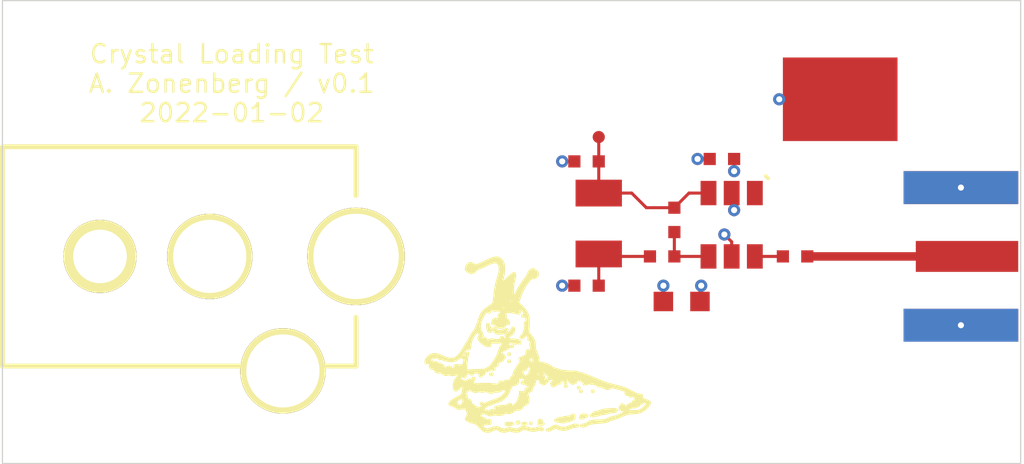
<source format=kicad_pcb>
(kicad_pcb (version 20171130) (host pcbnew "(5.1.9)")

  (general
    (thickness 1.6)
    (drawings 5)
    (tracks 66)
    (zones 0)
    (modules 14)
    (nets 8)
  )

  (page A4)
  (layers
    (0 F.Cu signal)
    (1 In1.Cu signal)
    (2 In2.Cu signal)
    (31 B.Cu signal)
    (32 B.Adhes user)
    (33 F.Adhes user)
    (34 B.Paste user)
    (35 F.Paste user)
    (36 B.SilkS user)
    (37 F.SilkS user)
    (38 B.Mask user)
    (39 F.Mask user)
    (40 Dwgs.User user)
    (41 Cmts.User user)
    (42 Eco1.User user)
    (43 Eco2.User user)
    (44 Edge.Cuts user)
    (45 Margin user)
    (46 B.CrtYd user)
    (47 F.CrtYd user)
    (48 B.Fab user)
    (49 F.Fab user)
  )

  (setup
    (last_trace_width 0.125)
    (user_trace_width 0.125)
    (user_trace_width 0.25)
    (user_trace_width 0.35)
    (trace_clearance 0.125)
    (zone_clearance 0.508)
    (zone_45_only no)
    (trace_min 0.125)
    (via_size 0.5)
    (via_drill 0.25)
    (via_min_size 0.5)
    (via_min_drill 0.25)
    (user_via 0.5 0.25)
    (uvia_size 0.3)
    (uvia_drill 0.1)
    (uvias_allowed no)
    (uvia_min_size 0.2)
    (uvia_min_drill 0.1)
    (edge_width 0.05)
    (segment_width 0.2)
    (pcb_text_width 0.3)
    (pcb_text_size 1.5 1.5)
    (mod_edge_width 0.12)
    (mod_text_size 1 1)
    (mod_text_width 0.15)
    (pad_size 1.524 1.524)
    (pad_drill 0.762)
    (pad_to_mask_clearance 0.05)
    (aux_axis_origin 0 0)
    (visible_elements FFFFFF7F)
    (pcbplotparams
      (layerselection 0x010f0_ffffffff)
      (usegerberextensions false)
      (usegerberattributes true)
      (usegerberadvancedattributes true)
      (creategerberjobfile true)
      (excludeedgelayer true)
      (linewidth 0.100000)
      (plotframeref false)
      (viasonmask false)
      (mode 1)
      (useauxorigin false)
      (hpglpennumber 1)
      (hpglpenspeed 20)
      (hpglpendiameter 15.000000)
      (psnegative false)
      (psa4output false)
      (plotreference true)
      (plotvalue true)
      (plotinvisibletext false)
      (padsonsilk false)
      (subtractmaskfromsilk false)
      (outputformat 1)
      (mirror false)
      (drillshape 0)
      (scaleselection 1)
      (outputdirectory "output/"))
  )

  (net 0 "")
  (net 1 /GND)
  (net 2 /3V3)
  (net 3 /X1)
  (net 4 /X2X)
  (net 5 /VOUT_TERM)
  (net 6 /X2)
  (net 7 /VOUT)

  (net_class Default "This is the default net class."
    (clearance 0.125)
    (trace_width 0.125)
    (via_dia 0.5)
    (via_drill 0.25)
    (uvia_dia 0.3)
    (uvia_drill 0.1)
    (add_net /3V3)
    (add_net /GND)
    (add_net /VOUT)
    (add_net /VOUT_TERM)
    (add_net /X1)
    (add_net /X2)
    (add_net /X2X)
  )

  (module azonenberg_pcb:LONGTHING-1200DPI (layer F.Cu) (tedit 54B4A826) (tstamp 61D2719B)
    (at 82.5 63.5)
    (fp_text reference G*** (at 3 -2) (layer F.SilkS) hide
      (effects (font (size 1.524 1.524) (thickness 0.3)))
    )
    (fp_text value LOGO (at 5 0) (layer F.SilkS) hide
      (effects (font (size 1.524 1.524) (thickness 0.3)))
    )
    (fp_poly (pts (xy 4.045438 2.001539) (xy 4.027125 2.062099) (xy 3.972579 2.142565) (xy 3.934599 2.187319)
      (xy 3.825026 2.291381) (xy 3.705795 2.364685) (xy 3.568946 2.410399) (xy 3.406521 2.43169)
      (xy 3.314203 2.434166) (xy 3.205087 2.441232) (xy 3.099131 2.464891) (xy 2.983669 2.508832)
      (xy 2.872578 2.56281) (xy 2.785192 2.601656) (xy 2.690556 2.634017) (xy 2.634592 2.647746)
      (xy 2.554023 2.668519) (xy 2.458122 2.701583) (xy 2.376375 2.735888) (xy 2.310259 2.764973)
      (xy 2.250704 2.785202) (xy 2.186067 2.79891) (xy 2.104706 2.80843) (xy 1.994978 2.816096)
      (xy 1.968778 2.817603) (xy 1.828892 2.828403) (xy 1.705669 2.843562) (xy 1.605664 2.8619)
      (xy 1.535434 2.882233) (xy 1.502834 2.90159) (xy 1.459353 2.931652) (xy 1.386119 2.958272)
      (xy 1.317625 2.973319) (xy 1.260371 2.980129) (xy 1.233804 2.973959) (xy 1.227667 2.95461)
      (xy 1.243445 2.925362) (xy 1.258677 2.921) (xy 1.298577 2.914263) (xy 1.357669 2.897455)
      (xy 1.421165 2.875674) (xy 1.474277 2.854021) (xy 1.502217 2.837595) (xy 1.502834 2.836795)
      (xy 1.542892 2.801596) (xy 1.611756 2.775449) (xy 1.713258 2.757509) (xy 1.851227 2.746925)
      (xy 1.919903 2.744499) (xy 2.034599 2.740834) (xy 2.117811 2.73555) (xy 2.18039 2.726687)
      (xy 2.233182 2.71229) (xy 2.287038 2.690399) (xy 2.328819 2.67071) (xy 2.416139 2.633916)
      (xy 2.506426 2.604346) (xy 2.572236 2.589787) (xy 2.652942 2.569137) (xy 2.758212 2.527342)
      (xy 2.878422 2.468223) (xy 2.878667 2.468092) (xy 3.07975 2.360617) (xy 3.323167 2.357821)
      (xy 3.4718 2.352444) (xy 3.579302 2.340155) (xy 3.640667 2.323453) (xy 3.711595 2.281793)
      (xy 3.791945 2.217643) (xy 3.867509 2.14364) (xy 3.924082 2.072422) (xy 3.925685 2.069912)
      (xy 3.948497 2.029974) (xy 3.943728 2.01164) (xy 3.906587 2.000841) (xy 3.901822 1.999827)
      (xy 3.838905 1.981854) (xy 3.77224 1.956623) (xy 3.716539 1.933492) (xy 3.693054 1.929521)
      (xy 3.695722 1.945795) (xy 3.708751 1.967974) (xy 3.722919 2.004117) (xy 3.704169 2.032533)
      (xy 3.693055 2.041385) (xy 3.650413 2.066324) (xy 3.624792 2.07366) (xy 3.601328 2.091379)
      (xy 3.598334 2.106083) (xy 3.580967 2.133266) (xy 3.561292 2.138506) (xy 3.515325 2.151402)
      (xy 3.483608 2.16993) (xy 3.424837 2.190974) (xy 3.3619 2.187719) (xy 3.302408 2.18387)
      (xy 3.280901 2.197292) (xy 3.280834 2.198628) (xy 3.263494 2.219141) (xy 3.245459 2.2225)
      (xy 3.202211 2.236006) (xy 3.173018 2.256043) (xy 3.117431 2.284895) (xy 3.03626 2.301882)
      (xy 2.945172 2.304665) (xy 2.890591 2.298231) (xy 2.839821 2.284164) (xy 2.818858 2.259716)
      (xy 2.815167 2.22154) (xy 2.824754 2.171834) (xy 2.846917 2.159) (xy 2.872774 2.141353)
      (xy 2.878667 2.116666) (xy 2.887105 2.0819) (xy 2.917546 2.076777) (xy 2.951019 2.087181)
      (xy 2.979448 2.115404) (xy 2.980852 2.154276) (xy 2.95595 2.183663) (xy 2.947459 2.186742)
      (xy 2.922458 2.194779) (xy 2.938249 2.198296) (xy 2.946209 2.198877) (xy 2.984304 2.19007)
      (xy 2.995084 2.180166) (xy 3.02323 2.165852) (xy 3.074523 2.159082) (xy 3.080999 2.159)
      (xy 3.131533 2.154085) (xy 3.151658 2.13499) (xy 3.153834 2.116666) (xy 3.167961 2.081499)
      (xy 3.187676 2.074333) (xy 3.243112 2.063269) (xy 3.300762 2.035881) (xy 3.346321 2.00088)
      (xy 3.365483 1.966972) (xy 3.3655 1.966088) (xy 3.381725 1.932325) (xy 3.406584 1.926166)
      (xy 3.447105 1.916447) (xy 3.46075 1.905) (xy 3.490605 1.887218) (xy 3.514916 1.883833)
      (xy 3.54856 1.871219) (xy 3.556 1.854347) (xy 3.536885 1.821363) (xy 3.485859 1.802126)
      (xy 3.448436 1.799166) (xy 3.414211 1.783285) (xy 3.407834 1.757578) (xy 3.390784 1.714733)
      (xy 3.366892 1.694078) (xy 3.323711 1.674842) (xy 3.305478 1.682461) (xy 3.302 1.7145)
      (xy 3.287655 1.747999) (xy 3.256013 1.756548) (xy 3.224162 1.739887) (xy 3.211559 1.715869)
      (xy 3.190214 1.685682) (xy 3.156932 1.68639) (xy 3.108301 1.681197) (xy 3.065968 1.65042)
      (xy 3.048 1.607409) (xy 3.06557 1.591281) (xy 3.119512 1.593573) (xy 3.122084 1.593983)
      (xy 3.170739 1.599523) (xy 3.195408 1.597721) (xy 3.196167 1.596485) (xy 3.177132 1.579318)
      (xy 3.12529 1.553504) (xy 3.048539 1.522034) (xy 2.954774 1.487897) (xy 2.851893 1.454083)
      (xy 2.747791 1.423584) (xy 2.719917 1.416153) (xy 2.600923 1.38593) (xy 2.516808 1.36686)
      (xy 2.461772 1.358373) (xy 2.430014 1.359899) (xy 2.415735 1.370869) (xy 2.413 1.386013)
      (xy 2.394411 1.414563) (xy 2.347887 1.432524) (xy 2.287297 1.435999) (xy 2.25425 1.430641)
      (xy 2.209993 1.404072) (xy 2.199662 1.370138) (xy 2.19475 1.343695) (xy 2.187315 1.349375)
      (xy 2.162001 1.371567) (xy 2.125835 1.373807) (xy 2.099076 1.357263) (xy 2.0955 1.344083)
      (xy 2.112443 1.316021) (xy 2.12725 1.312333) (xy 2.155418 1.300903) (xy 2.159 1.291166)
      (xy 2.141352 1.273727) (xy 2.118431 1.27) (xy 2.079519 1.257901) (xy 2.067185 1.243541)
      (xy 2.059227 1.241769) (xy 2.054869 1.274261) (xy 2.054838 1.275291) (xy 2.047461 1.316772)
      (xy 2.01965 1.33196) (xy 1.989667 1.3335) (xy 1.945081 1.327368) (xy 1.926172 1.312596)
      (xy 1.926167 1.312333) (xy 1.908665 1.294471) (xy 1.888538 1.291166) (xy 1.855669 1.279124)
      (xy 1.855669 1.135859) (xy 1.839994 1.122698) (xy 1.820334 1.11125) (xy 1.760481 1.084227)
      (xy 1.723804 1.087336) (xy 1.706846 1.11125) (xy 1.70761 1.131581) (xy 1.735944 1.140766)
      (xy 1.783956 1.142249) (xy 1.838586 1.141017) (xy 1.855669 1.135859) (xy 1.855669 1.279124)
      (xy 1.847245 1.276038) (xy 1.813244 1.247177) (xy 1.779641 1.218778) (xy 1.73642 1.211901)
      (xy 1.692123 1.217287) (xy 1.632002 1.222141) (xy 1.608873 1.210484) (xy 1.608667 1.20836)
      (xy 1.590957 1.189658) (xy 1.566334 1.185333) (xy 1.531857 1.172098) (xy 1.524 1.153583)
      (xy 1.517503 1.132736) (xy 1.492672 1.121439) (xy 1.441497 1.118095) (xy 1.359959 1.120897)
      (xy 1.301356 1.120441) (xy 1.274737 1.108762) (xy 1.27 1.091325) (xy 1.287006 1.05443)
      (xy 1.30175 1.044821) (xy 1.329902 1.016904) (xy 1.3335 1.000887) (xy 1.320011 0.979025)
      (xy 1.300019 0.981985) (xy 1.261592 0.993346) (xy 1.250038 0.994833) (xy 1.241137 1.012473)
      (xy 1.243653 1.04775) (xy 1.238806 1.088511) (xy 1.21459 1.1028) (xy 1.186504 1.085644)
      (xy 1.177679 1.068916) (xy 1.148561 1.041037) (xy 1.130272 1.037166) (xy 1.089373 1.053874)
      (xy 1.069116 1.072754) (xy 1.069116 1.004134) (xy 1.064372 0.976065) (xy 1.018418 0.939148)
      (xy 0.996379 0.926198) (xy 0.949697 0.902179) (xy 0.924049 0.899605) (xy 0.904094 0.918268)
      (xy 0.899186 0.924872) (xy 0.883362 0.974103) (xy 0.891671 0.999824) (xy 0.923587 1.030081)
      (xy 0.977866 1.034743) (xy 1.032741 1.023599) (xy 1.069116 1.004134) (xy 1.069116 1.072754)
      (xy 1.047282 1.093105) (xy 1.0196 1.138524) (xy 1.016 1.156822) (xy 0.998966 1.181992)
      (xy 0.983963 1.185333) (xy 0.941138 1.195654) (xy 0.907114 1.211791) (xy 0.871153 1.227585)
      (xy 0.854422 1.216006) (xy 0.852721 1.211791) (xy 0.826113 1.188843) (xy 0.806822 1.185333)
      (xy 0.773344 1.16553) (xy 0.743779 1.111402) (xy 0.743069 1.109461) (xy 0.727647 1.069158)
      (xy 0.711037 1.04851) (xy 0.682444 1.045032) (xy 0.631072 1.056243) (xy 0.621043 1.05901)
      (xy 0.621043 0.936911) (xy 0.599504 0.910357) (xy 0.572237 0.889524) (xy 0.526398 0.862609)
      (xy 0.495189 0.854616) (xy 0.491083 0.856528) (xy 0.494502 0.876632) (xy 0.513468 0.891639)
      (xy 0.544208 0.922647) (xy 0.550334 0.942968) (xy 0.561073 0.970642) (xy 0.59472 0.964131)
      (xy 0.610497 0.955009) (xy 0.621043 0.936911) (xy 0.621043 1.05901) (xy 0.576792 1.071219)
      (xy 0.53777 1.072973) (xy 0.529167 1.05821) (xy 0.518303 1.043459) (xy 0.502709 1.051326)
      (xy 0.45606 1.076192) (xy 0.395582 1.097582) (xy 0.33756 1.110924) (xy 0.29828 1.111645)
      (xy 0.294124 1.109884) (xy 0.280354 1.079175) (xy 0.282359 1.022216) (xy 0.282449 1.021657)
      (xy 0.286449 0.969988) (xy 0.272741 0.945133) (xy 0.253032 0.937213) (xy 0.219246 0.915921)
      (xy 0.214237 0.8879) (xy 0.238305 0.869217) (xy 0.251736 0.867833) (xy 0.287733 0.85466)
      (xy 0.307268 0.825878) (xy 0.300964 0.797592) (xy 0.29526 0.793086) (xy 0.271824 0.79816)
      (xy 0.262169 0.813575) (xy 0.236467 0.842521) (xy 0.221235 0.846666) (xy 0.19402 0.853378)
      (xy 0.181472 0.878251) (xy 0.18277 0.92839) (xy 0.197094 1.0109) (xy 0.200415 1.026984)
      (xy 0.21701 1.133511) (xy 0.218448 1.216746) (xy 0.205221 1.271142) (xy 0.177821 1.291154)
      (xy 0.176984 1.291166) (xy 0.148167 1.298676) (xy 0.148167 0.711347) (xy 0.131615 0.697699)
      (xy 0.116417 0.690845) (xy 0.089161 0.690405) (xy 0.084667 0.699164) (xy 0.101821 0.717356)
      (xy 0.116417 0.719666) (xy 0.144658 0.715138) (xy 0.148167 0.711347) (xy 0.148167 1.298676)
      (xy 0.136143 1.30181) (xy 0.106509 1.316823) (xy 0.064105 1.330909) (xy 0.044744 1.314042)
      (xy 0.056358 1.273618) (xy 0.057745 1.271349) (xy 0.071104 1.243056) (xy 0.053591 1.240052)
      (xy 0.041069 1.243031) (xy 0.007504 1.241637) (xy 0 1.228623) (xy 0.015887 1.190982)
      (xy 0.051039 1.15609) (xy 0.083155 1.143) (xy 0.099435 1.1247) (xy 0.105834 1.083111)
      (xy 0.097259 1.037044) (xy 0.084667 1.031001) (xy 0.084667 0.963083) (xy 0.074084 0.9525)
      (xy 0.0635 0.963083) (xy 0.074084 0.973666) (xy 0.084667 0.963083) (xy 0.084667 1.031001)
      (xy 0.068792 1.023384) (xy -0.012476 1.021331) (xy -0.059689 1.012541) (xy -0.080925 0.994397)
      (xy -0.084666 0.973666) (xy -0.098459 0.93096) (xy -0.130953 0.885251) (xy -0.168823 0.852885)
      (xy -0.188205 0.846666) (xy -0.206967 0.82876) (xy -0.220021 0.795096) (xy -0.254138 0.744887)
      (xy -0.306982 0.71676) (xy -0.361013 0.688611) (xy -0.380116 0.658913) (xy -0.361689 0.633171)
      (xy -0.34925 0.627345) (xy -0.321101 0.598171) (xy -0.3175 0.581065) (xy -0.308581 0.558573)
      (xy -0.274876 0.556908) (xy -0.254 0.560916) (xy -0.205359 0.564548) (xy -0.192657 0.550757)
      (xy -0.216988 0.52616) (xy -0.245712 0.510805) (xy -0.290211 0.497001) (xy -0.321962 0.51149)
      (xy -0.338153 0.528574) (xy -0.377513 0.562235) (xy -0.385522 0.564273) (xy -0.385522 0.475824)
      (xy -0.388055 0.472722) (xy -0.400639 0.475627) (xy -0.402166 0.486833) (xy -0.394422 0.504255)
      (xy -0.388055 0.500944) (xy -0.385522 0.475824) (xy -0.385522 0.564273) (xy -0.409435 0.570359)
      (xy -0.423304 0.55042) (xy -0.423333 0.548821) (xy -0.435242 0.543491) (xy -0.457163 0.559972)
      (xy -0.469411 0.575935) (xy -0.469411 0.457922) (xy -0.472722 0.451555) (xy -0.497842 0.449022)
      (xy -0.500944 0.451555) (xy -0.498039 0.464139) (xy -0.486833 0.465666) (xy -0.469411 0.457922)
      (xy -0.469411 0.575935) (xy -0.476367 0.585002) (xy -0.473622 0.611021) (xy -0.446386 0.652418)
      (xy -0.439133 0.662025) (xy -0.377728 0.75343) (xy -0.335115 0.84652) (xy -0.303806 0.958895)
      (xy -0.295278 1.000125) (xy -0.27764 1.078679) (xy -0.260622 1.123071) (xy -0.240533 1.14125)
      (xy -0.22895 1.143) (xy -0.195999 1.153622) (xy -0.195232 1.178953) (xy -0.224323 1.209187)
      (xy -0.247802 1.222375) (xy -0.310518 1.245497) (xy -0.345744 1.240913) (xy -0.359367 1.206959)
      (xy -0.360122 1.190625) (xy -0.367792 1.108845) (xy -0.38819 1.055457) (xy -0.417513 1.037166)
      (xy -0.439082 1.024979) (xy -0.436178 0.985722) (xy -0.438118 0.928376) (xy -0.463698 0.843333)
      (xy -0.479648 0.804273) (xy -0.536029 0.674267) (xy -0.573399 0.755782) (xy -0.594615 0.815315)
      (xy -0.597189 0.824863) (xy -0.597189 0.496991) (xy -0.599722 0.493888) (xy -0.612306 0.496794)
      (xy -0.613833 0.508) (xy -0.606089 0.525422) (xy -0.599722 0.522111) (xy -0.597189 0.496991)
      (xy -0.597189 0.824863) (xy -0.617638 0.90072) (xy -0.638267 0.995962) (xy -0.642726 1.020388)
      (xy -0.671532 1.157048) (xy -0.704591 1.256914) (xy -0.719666 1.283126) (xy -0.719666 0.85725)
      (xy -0.722463 0.854453) (xy -0.722463 0.396469) (xy -0.723363 0.328014) (xy -0.728018 0.243346)
      (xy -0.729934 0.218801) (xy -0.742337 0.117501) (xy -0.759152 0.058119) (xy -0.780331 0.040709)
      (xy -0.783166 0.043446) (xy -0.783166 -0.084667) (xy -0.787905 -0.098196) (xy -0.787905 -0.266807)
      (xy -0.814916 -0.275167) (xy -0.835655 -0.293262) (xy -0.846484 -0.337591) (xy -0.847357 -0.393219)
      (xy -0.838224 -0.44521) (xy -0.819041 -0.47863) (xy -0.815568 -0.480967) (xy -0.798035 -0.497935)
      (xy -0.804094 -0.52517) (xy -0.826012 -0.561394) (xy -0.852626 -0.595555) (xy -0.866923 -0.601814)
      (xy -0.867694 -0.597959) (xy -0.884884 -0.574519) (xy -0.899583 -0.5715) (xy -0.927645 -0.588444)
      (xy -0.931333 -0.60325) (xy -0.919904 -0.631418) (xy -0.910166 -0.635) (xy -0.890748 -0.64468)
      (xy -0.900854 -0.675758) (xy -0.941599 -0.731288) (xy -0.948167 -0.739223) (xy -1.007335 -0.810096)
      (xy -1.093738 -0.719287) (xy -1.156703 -0.661455) (xy -1.201215 -0.640084) (xy -1.214488 -0.641659)
      (xy -1.245344 -0.668728) (xy -1.239175 -0.707811) (xy -1.197344 -0.753076) (xy -1.186543 -0.761139)
      (xy -1.140074 -0.807361) (xy -1.115227 -0.87157) (xy -1.110056 -0.900164) (xy -1.096645 -0.961447)
      (xy -1.077127 -0.989708) (xy -1.05593 -0.994834) (xy -1.022953 -1.008736) (xy -1.016 -1.026584)
      (xy -1.032943 -1.054646) (xy -1.04775 -1.058334) (xy -1.075229 -1.075464) (xy -1.0795 -1.092553)
      (xy -1.066533 -1.117197) (xy -1.037166 -1.115701) (xy -1.003066 -1.116813) (xy -0.994833 -1.142513)
      (xy -1.012629 -1.17799) (xy -1.037166 -1.191467) (xy -1.072927 -1.219901) (xy -1.0795 -1.249321)
      (xy -1.07152 -1.283419) (xy -1.040072 -1.285704) (xy -1.034339 -1.284295) (xy -1.00925 -1.280382)
      (xy -0.997095 -1.291656) (xy -0.995068 -1.32714) (xy -1.000209 -1.394132) (xy -1.020608 -1.496535)
      (xy -1.060367 -1.607819) (xy -1.112581 -1.712571) (xy -1.170343 -1.795379) (xy -1.188494 -1.81437)
      (xy -1.240265 -1.864465) (xy -1.29106 -1.91523) (xy -1.330747 -1.948424) (xy -1.348811 -1.945897)
      (xy -1.344754 -1.908612) (xy -1.324024 -1.851469) (xy -1.302384 -1.786975) (xy -1.291479 -1.729608)
      (xy -1.291166 -1.721835) (xy -1.30569 -1.675168) (xy -1.340402 -1.654321) (xy -1.381394 -1.66689)
      (xy -1.416183 -1.680757) (xy -1.477098 -1.69403) (xy -1.522405 -1.700449) (xy -1.58995 -1.712344)
      (xy -1.590796 -1.712626) (xy -1.590796 -3.080534) (xy -1.61255 -3.088956) (xy -1.63217 -3.086891)
      (xy -1.663021 -3.078575) (xy -1.675643 -3.058274) (xy -1.672338 -3.015659) (xy -1.660302 -2.960763)
      (xy -1.655898 -2.9232) (xy -1.673354 -2.903706) (xy -1.722761 -2.891083) (xy -1.723182 -2.891004)
      (xy -1.760229 -2.884055) (xy -1.760229 -2.999562) (xy -1.766105 -3.001647) (xy -1.795587 -2.97638)
      (xy -1.824205 -2.941529) (xy -1.828298 -2.916763) (xy -1.81762 -2.903526) (xy -1.80632 -2.911031)
      (xy -1.786325 -2.946724) (xy -1.777787 -2.963334) (xy -1.760229 -2.999562) (xy -1.760229 -2.884055)
      (xy -1.799259 -2.876732) (xy -1.746296 -2.827647) (xy -1.709762 -2.783002) (xy -1.693397 -2.741681)
      (xy -1.693333 -2.739715) (xy -1.688978 -2.711448) (xy -1.677729 -2.718498) (xy -1.66231 -2.754954)
      (xy -1.645444 -2.814909) (xy -1.634163 -2.868084) (xy -1.618861 -2.94535) (xy -1.604177 -3.012262)
      (xy -1.595987 -3.044568) (xy -1.590796 -3.080534) (xy -1.590796 -1.712626) (xy -1.598736 -1.715264)
      (xy -1.598736 -2.176756) (xy -1.609507 -2.221214) (xy -1.629417 -2.267923) (xy -1.654643 -2.318401)
      (xy -1.66805 -2.331038) (xy -1.671702 -2.312459) (xy -1.672166 -2.311007) (xy -1.672166 -2.465917)
      (xy -1.676689 -2.47044) (xy -1.676689 -2.572176) (xy -1.679222 -2.575278) (xy -1.691806 -2.572373)
      (xy -1.693333 -2.561167) (xy -1.685589 -2.543745) (xy -1.679222 -2.547056) (xy -1.676689 -2.572176)
      (xy -1.676689 -2.47044) (xy -1.68275 -2.4765) (xy -1.693333 -2.465917) (xy -1.68275 -2.455334)
      (xy -1.672166 -2.465917) (xy -1.672166 -2.311007) (xy -1.691472 -2.250591) (xy -1.742019 -2.203596)
      (xy -1.812133 -2.180945) (xy -1.828325 -2.180167) (xy -1.89802 -2.193116) (xy -1.935962 -2.233457)
      (xy -1.944119 -2.303427) (xy -1.943486 -2.310984) (xy -1.931849 -2.362009) (xy -1.901504 -2.386724)
      (xy -1.87325 -2.394529) (xy -1.837245 -2.404274) (xy -1.833593 -2.410208) (xy -1.83572 -2.410496)
      (xy -1.865183 -2.428545) (xy -1.895684 -2.464881) (xy -1.919062 -2.524687) (xy -1.909739 -2.573069)
      (xy -1.871084 -2.600509) (xy -1.846611 -2.6035) (xy -1.80863 -2.605325) (xy -1.809233 -2.616156)
      (xy -1.832163 -2.634577) (xy -1.873834 -2.65391) (xy -1.883833 -2.655896) (xy -1.883833 -2.88925)
      (xy -1.894416 -2.899834) (xy -1.905 -2.88925) (xy -1.894416 -2.878667) (xy -1.883833 -2.88925)
      (xy -1.883833 -2.655896) (xy -1.905 -2.660098) (xy -1.905 -2.846917) (xy -1.915583 -2.8575)
      (xy -1.926166 -2.846917) (xy -1.915583 -2.836334) (xy -1.905 -2.846917) (xy -1.905 -2.660098)
      (xy -1.92696 -2.664457) (xy -1.976434 -2.665177) (xy -2.007152 -2.65503) (xy -2.010833 -2.646886)
      (xy -1.994681 -2.620613) (xy -1.97759 -2.608167) (xy -1.952695 -2.572939) (xy -1.947642 -2.517993)
      (xy -1.9602 -2.459731) (xy -1.988137 -2.414558) (xy -2.005541 -2.40269) (xy -2.041386 -2.376508)
      (xy -2.052586 -2.347912) (xy -2.035993 -2.329807) (xy -2.023681 -2.328334) (xy -1.993723 -2.310159)
      (xy -1.974314 -2.265725) (xy -1.967148 -2.210171) (xy -1.973916 -2.158635) (xy -1.996314 -2.126256)
      (xy -2.000838 -2.124096) (xy -2.037787 -2.095768) (xy -2.053387 -2.073921) (xy -2.062606 -2.046705)
      (xy -2.040701 -2.044959) (xy -2.030185 -2.047509) (xy -2.00254 -2.050289) (xy -1.991872 -2.032146)
      (xy -1.992997 -1.983058) (xy -1.993511 -1.976639) (xy -2.00025 -1.894417) (xy -2.077429 -1.895444)
      (xy -2.077429 -2.703326) (xy -2.080832 -2.724806) (xy -2.087569 -2.733438) (xy -2.091234 -2.705324)
      (xy -2.091373 -2.69875) (xy -2.089086 -2.662602) (xy -2.082459 -2.659419) (xy -2.081616 -2.661306)
      (xy -2.077429 -2.703326) (xy -2.077429 -1.895444) (xy -2.100937 -1.895756) (xy -2.116666 -1.895121)
      (xy -2.116666 -2.423584) (xy -2.12725 -2.434167) (xy -2.137833 -2.423584) (xy -2.12725 -2.413)
      (xy -2.116666 -2.423584) (xy -2.116666 -1.895121) (xy -2.155108 -1.893567) (xy -2.163448 -1.890943)
      (xy -2.163448 -2.839874) (xy -2.170747 -2.844056) (xy -2.176374 -2.836334) (xy -2.194812 -2.792942)
      (xy -2.208247 -2.736101) (xy -2.2149 -2.679832) (xy -2.212997 -2.638153) (xy -2.203194 -2.624667)
      (xy -2.185566 -2.642684) (xy -2.180166 -2.674938) (xy -2.176577 -2.732106) (xy -2.168174 -2.796646)
      (xy -2.163448 -2.839874) (xy -2.163448 -1.890943) (xy -2.178448 -1.886223) (xy -2.175021 -1.880206)
      (xy -2.135459 -1.867572) (xy -2.084916 -1.862318) (xy -2.023995 -1.851218) (xy -1.980329 -1.830244)
      (xy -1.934414 -1.802975) (xy -1.905499 -1.809866) (xy -1.885496 -1.846792) (xy -1.881349 -1.90159)
      (xy -1.896761 -1.927834) (xy -1.915511 -1.969552) (xy -1.925606 -2.031751) (xy -1.926166 -2.049542)
      (xy -1.923548 -2.105563) (xy -1.911016 -2.131056) (xy -1.881553 -2.137728) (xy -1.87325 -2.137834)
      (xy -1.83069 -2.126794) (xy -1.820333 -2.106084) (xy -1.809956 -2.077901) (xy -1.801148 -2.074334)
      (xy -1.79026 -2.09119) (xy -1.793033 -2.116667) (xy -1.792211 -2.150084) (xy -1.75979 -2.159)
      (xy -1.711912 -2.140306) (xy -1.674525 -2.094076) (xy -1.656963 -2.035094) (xy -1.659653 -2.000405)
      (xy -1.6687 -1.955655) (xy -1.665856 -1.945745) (xy -1.654157 -1.9659) (xy -1.636636 -2.011343)
      (xy -1.620801 -2.061548) (xy -1.602764 -2.129824) (xy -1.598736 -2.176756) (xy -1.598736 -1.715264)
      (xy -1.640067 -1.728998) (xy -1.656308 -1.740399) (xy -1.675076 -1.756458) (xy -1.686125 -1.740959)
      (xy -1.708983 -1.719458) (xy -1.7145 -1.718791) (xy -1.7145 -1.894417) (xy -1.725083 -1.905)
      (xy -1.735666 -1.894417) (xy -1.725083 -1.883834) (xy -1.7145 -1.894417) (xy -1.7145 -1.718791)
      (xy -1.739457 -1.71577) (xy -1.756649 -1.731781) (xy -1.756833 -1.734587) (xy -1.773753 -1.74031)
      (xy -1.815821 -1.729635) (xy -1.830237 -1.724004) (xy -1.890956 -1.703349) (xy -1.942173 -1.693476)
      (xy -1.946653 -1.693334) (xy -1.981663 -1.680258) (xy -1.989666 -1.661584) (xy -2.001756 -1.633426)
      (xy -2.012082 -1.629834) (xy -2.024854 -1.616926) (xy -2.021684 -1.609101) (xy -1.994977 -1.601227)
      (xy -1.970322 -1.612441) (xy -1.917569 -1.628384) (xy -1.879454 -1.609174) (xy -1.865799 -1.560669)
      (xy -1.866541 -1.550579) (xy -1.872256 -1.519225) (xy -1.886987 -1.501771) (xy -1.920795 -1.494149)
      (xy -1.983743 -1.492292) (xy -2.010833 -1.49225) (xy -2.148416 -1.49225) (xy -2.148416 -1.55575)
      (xy -2.140639 -1.60403) (xy -2.1121 -1.624029) (xy -2.102949 -1.625732) (xy -2.059791 -1.649344)
      (xy -2.045084 -1.699015) (xy -2.056125 -1.753633) (xy -2.068069 -1.77853) (xy -2.087439 -1.791555)
      (xy -2.124528 -1.794785) (xy -2.182722 -1.790773) (xy -2.182722 -2.258868) (xy -2.185521 -2.326194)
      (xy -2.196338 -2.356804) (xy -2.197851 -2.357931) (xy -2.211398 -2.389713) (xy -2.210516 -2.45588)
      (xy -2.208642 -2.47213) (xy -2.203441 -2.531833) (xy -2.208663 -2.554459) (xy -2.21927 -2.550012)
      (xy -2.232733 -2.51971) (xy -2.244436 -2.462366) (xy -2.253593 -2.389113) (xy -2.259423 -2.311086)
      (xy -2.26114 -2.239419) (xy -2.257962 -2.185246) (xy -2.249105 -2.1597) (xy -2.246789 -2.159)
      (xy -2.227666 -2.142504) (xy -2.223398 -2.106782) (xy -2.234629 -2.072484) (xy -2.243817 -2.063657)
      (xy -2.267682 -2.036934) (xy -2.296252 -1.990284) (xy -2.297598 -1.987705) (xy -2.330062 -1.924927)
      (xy -2.270989 -1.939108) (xy -2.226767 -1.950586) (xy -2.206646 -1.957346) (xy -2.20293 -1.978776)
      (xy -2.197396 -2.032778) (xy -2.190976 -2.109678) (xy -2.18782 -2.152378) (xy -2.182722 -2.258868)
      (xy -2.182722 -1.790773) (xy -2.189627 -1.790296) (xy -2.222299 -1.78715) (xy -2.307839 -1.781208)
      (xy -2.355964 -1.784353) (xy -2.370666 -1.796432) (xy -2.388368 -1.815841) (xy -2.413 -1.820334)
      (xy -2.447476 -1.833569) (xy -2.455333 -1.852084) (xy -2.46528 -1.880321) (xy -2.497356 -1.875094)
      (xy -2.518833 -1.862667) (xy -2.536055 -1.845552) (xy -2.524125 -1.841825) (xy -2.503234 -1.823917)
      (xy -2.498365 -1.780299) (xy -2.510514 -1.726815) (xy -2.537711 -1.697602) (xy -2.55453 -1.693334)
      (xy -2.574701 -1.70356) (xy -2.574932 -1.740448) (xy -2.57134 -1.758698) (xy -2.563978 -1.802186)
      (xy -2.572943 -1.81294) (xy -2.599345 -1.801391) (xy -2.656593 -1.754786) (xy -2.720105 -1.677356)
      (xy -2.784136 -1.578868) (xy -2.842935 -1.469088) (xy -2.890755 -1.357784) (xy -2.921849 -1.254722)
      (xy -2.9223 -1.252629) (xy -2.936398 -1.144306) (xy -2.926228 -1.046214) (xy -2.889224 -0.941647)
      (xy -2.867717 -0.896981) (xy -2.82902 -0.810093) (xy -2.817126 -0.753435) (xy -2.831864 -0.724613)
      (xy -2.855031 -0.719667) (xy -2.894652 -0.736899) (xy -2.907745 -0.756709) (xy -2.926138 -0.799222)
      (xy -2.953304 -0.851097) (xy -2.982966 -0.901858) (xy -3.008844 -0.941032) (xy -3.02466 -0.958145)
      (xy -3.026833 -0.955357) (xy -3.040221 -0.92711) (xy -3.074776 -0.880319) (xy -3.108808 -0.840903)
      (xy -3.208453 -0.707121) (xy -3.278354 -0.55966) (xy -3.311164 -0.423334) (xy -3.324142 -0.321884)
      (xy -3.335457 -0.255213) (xy -3.348186 -0.21603) (xy -3.36541 -0.197048) (xy -3.390206 -0.190978)
      (xy -3.409515 -0.1905) (xy -3.409797 -0.19055) (xy -3.409797 -0.341227) (xy -3.419894 -0.347999)
      (xy -3.441882 -0.316225) (xy -3.446274 -0.307007) (xy -3.457718 -0.268968) (xy -3.451139 -0.254)
      (xy -3.4302 -0.271509) (xy -3.41791 -0.297929) (xy -3.409797 -0.341227) (xy -3.409797 -0.19055)
      (xy -3.454561 -0.198447) (xy -3.471424 -0.216959) (xy -3.481651 -0.21599) (xy -3.507994 -0.18602)
      (xy -3.534833 -0.148167) (xy -3.570329 -0.091114) (xy -3.593346 -0.047104) (xy -3.598243 -0.031636)
      (xy -3.612359 -0.005832) (xy -3.648724 0.039106) (xy -3.698527 0.093548) (xy -3.752959 0.147863)
      (xy -3.803143 0.192366) (xy -3.920073 0.262003) (xy -4.048222 0.294438) (xy -4.087386 0.296333)
      (xy -4.180878 0.289092) (xy -4.285058 0.269949) (xy -4.383998 0.242776) (xy -4.46177 0.211443)
      (xy -4.479982 0.200911) (xy -4.515191 0.184255) (xy -4.529667 0.190012) (xy -4.54739 0.207604)
      (xy -4.572 0.211666) (xy -4.607484 0.196596) (xy -4.614333 0.170149) (xy -4.633263 0.134599)
      (xy -4.682109 0.10861) (xy -4.748955 0.095249) (xy -4.821883 0.097581) (xy -4.860609 0.106777)
      (xy -4.918565 0.13518) (xy -4.948185 0.168966) (xy -4.94445 0.200753) (xy -4.931882 0.211636)
      (xy -4.914469 0.243185) (xy -4.915875 0.271633) (xy -4.913108 0.312522) (xy -4.897744 0.326052)
      (xy -4.871198 0.348149) (xy -4.868333 0.358206) (xy -4.851756 0.393709) (xy -4.812743 0.432885)
      (xy -4.767376 0.462313) (xy -4.734992 0.469494) (xy -4.70264 0.452878) (xy -4.706329 0.432566)
      (xy -4.741333 0.423333) (xy -4.776709 0.408366) (xy -4.783666 0.381) (xy -4.769629 0.346803)
      (xy -4.735216 0.340381) (xy -4.691978 0.361709) (xy -4.671954 0.381241) (xy -4.644365 0.418525)
      (xy -4.634827 0.43945) (xy -4.622531 0.466431) (xy -4.601017 0.497416) (xy -4.579328 0.522823)
      (xy -4.57395 0.516726) (xy -4.581498 0.474362) (xy -4.582205 0.470958) (xy -4.588014 0.422839)
      (xy -4.575951 0.403923) (xy -4.563098 0.402166) (xy -4.533971 0.418381) (xy -4.529666 0.433916)
      (xy -4.511266 0.459452) (xy -4.47675 0.465666) (xy -4.43419 0.476706) (xy -4.423833 0.497416)
      (xy -4.435263 0.525584) (xy -4.445 0.529166) (xy -4.464574 0.545931) (xy -4.466166 0.556184)
      (xy -4.449745 0.573794) (xy -4.397954 0.576457) (xy -4.381682 0.575145) (xy -4.321049 0.574618)
      (xy -4.290349 0.589939) (xy -4.284167 0.601044) (xy -4.254191 0.624491) (xy -4.194201 0.634468)
      (xy -4.113651 0.632804) (xy -4.022 0.621332) (xy -3.928703 0.601881) (xy -3.843216 0.576282)
      (xy -3.774996 0.546366) (xy -3.7335 0.513964) (xy -3.725333 0.492852) (xy -3.707261 0.472435)
      (xy -3.672416 0.465666) (xy -3.628972 0.477407) (xy -3.6195 0.500944) (xy -3.61606 0.530036)
      (xy -3.606858 0.522086) (xy -3.59357 0.481725) (xy -3.577869 0.413585) (xy -3.56704 0.355884)
      (xy -3.542254 0.216344) (xy -3.522343 0.113293) (xy -3.505716 0.041381) (xy -3.490782 -0.00474)
      (xy -3.475953 -0.030418) (xy -3.459639 -0.041003) (xy -3.448666 -0.042334) (xy -3.415028 -0.039384)
      (xy -3.407833 -0.035549) (xy -3.411966 -0.013292) (xy -3.423076 0.040983) (xy -3.439227 0.117909)
      (xy -3.450167 0.169333) (xy -3.469977 0.281559) (xy -3.484827 0.402865) (xy -3.492147 0.511104)
      (xy -3.4925 0.534262) (xy -3.4925 0.701093) (xy -3.398252 0.68696) (xy -3.340876 0.68132)
      (xy -3.252816 0.676202) (xy -3.145722 0.672144) (xy -3.031242 0.669686) (xy -3.022543 0.669579)
      (xy -2.905746 0.667634) (xy -2.821639 0.663957) (xy -2.760581 0.657063) (xy -2.712931 0.64547)
      (xy -2.669047 0.627692) (xy -2.63333 0.609684) (xy -2.557782 0.561394) (xy -2.486631 0.502181)
      (xy -2.458331 0.47231) (xy -2.385937 0.378077) (xy -2.313396 0.270997) (xy -2.246798 0.161344)
      (xy -2.192229 0.059393) (xy -2.155779 -0.024582) (xy -2.147115 -0.052917) (xy -2.124569 -0.13884)
      (xy -2.101873 -0.203656) (xy -2.07136 -0.265121) (xy -2.025362 -0.340994) (xy -2.017084 -0.354038)
      (xy -1.969362 -0.419713) (xy -1.919532 -0.473973) (xy -1.888797 -0.49826) (xy -1.861342 -0.516907)
      (xy -1.867421 -0.520065) (xy -1.87325 -0.518391) (xy -2.019764 -0.485997) (xy -2.199061 -0.470718)
      (xy -2.35467 -0.470971) (xy -2.453641 -0.472827) (xy -2.543165 -0.471794) (xy -2.610617 -0.468147)
      (xy -2.63525 -0.464818) (xy -2.69875 -0.451262) (xy -2.639164 -0.426714) (xy -2.581948 -0.408634)
      (xy -2.538622 -0.402167) (xy -2.504393 -0.386686) (xy -2.497666 -0.358537) (xy -2.501589 -0.332811)
      (xy -2.520537 -0.322592) (xy -2.565286 -0.324723) (xy -2.598208 -0.329081) (xy -2.67103 -0.343116)
      (xy -2.729967 -0.366423) (xy -2.789153 -0.406533) (xy -2.860292 -0.468731) (xy -2.936666 -0.551206)
      (xy -2.973752 -0.621738) (xy -2.973663 -0.678133) (xy -2.948166 -0.713444) (xy -2.915016 -0.714713)
      (xy -2.89016 -0.682625) (xy -2.869866 -0.647119) (xy -2.830462 -0.593915) (xy -2.794116 -0.550334)
      (xy -2.748048 -0.499679) (xy -2.722627 -0.478609) (xy -2.711916 -0.483766) (xy -2.709965 -0.502709)
      (xy -2.705004 -0.531532) (xy -2.683832 -0.54563) (xy -2.635508 -0.5501) (xy -2.607733 -0.550334)
      (xy -2.542638 -0.555102) (xy -2.494155 -0.567178) (xy -2.481891 -0.574576) (xy -2.453382 -0.587304)
      (xy -2.403432 -0.582484) (xy -2.36294 -0.5723) (xy -2.264636 -0.558111) (xy -2.144662 -0.560565)
      (xy -2.019709 -0.578401) (xy -1.918693 -0.605887) (xy -1.837831 -0.628297) (xy -1.775945 -0.633534)
      (xy -1.740798 -0.621497) (xy -1.735666 -0.608226) (xy -1.722148 -0.593998) (xy -1.67827 -0.585495)
      (xy -1.599052 -0.581965) (xy -1.560152 -0.581768) (xy -1.429518 -0.574075) (xy -1.337509 -0.550527)
      (xy -1.284385 -0.511229) (xy -1.27 -0.465179) (xy -1.27978 -0.430341) (xy -1.31158 -0.427727)
      (xy -1.357719 -0.449792) (xy -1.39368 -0.465586) (xy -1.410412 -0.454007) (xy -1.412113 -0.449792)
      (xy -1.436837 -0.429748) (xy -1.4793 -0.423205) (xy -1.52124 -0.429633) (xy -1.544396 -0.448503)
      (xy -1.545166 -0.453657) (xy -1.56156 -0.487261) (xy -1.606464 -0.496793) (xy -1.673469 -0.482105)
      (xy -1.729077 -0.457854) (xy -1.794045 -0.420235) (xy -1.846956 -0.382069) (xy -1.865265 -0.364494)
      (xy -1.883895 -0.33938) (xy -1.878663 -0.329122) (xy -1.842441 -0.329956) (xy -1.807056 -0.33374)
      (xy -1.748632 -0.337635) (xy -1.721244 -0.329953) (xy -1.7145 -0.308158) (xy -1.729576 -0.263182)
      (xy -1.764217 -0.225007) (xy -1.797655 -0.211667) (xy -1.819403 -0.227929) (xy -1.820333 -0.234346)
      (xy -1.832126 -0.240158) (xy -1.852083 -0.225274) (xy -1.878106 -0.189525) (xy -1.883833 -0.170846)
      (xy -1.900953 -0.150735) (xy -1.915583 -0.148167) (xy -1.943645 -0.16511) (xy -1.947333 -0.179917)
      (xy -1.954299 -0.210555) (xy -1.972219 -0.205899) (xy -1.996628 -0.170081) (xy -2.021698 -0.111125)
      (xy -2.046733 -0.041388) (xy -2.069081 0.019064) (xy -2.076365 0.038037) (xy -2.093499 0.09366)
      (xy -2.087118 0.120775) (xy -2.061768 0.127) (xy -2.029691 0.10923) (xy -2.016966 0.084666)
      (xy -1.996471 0.051997) (xy -1.968547 0.043259) (xy -1.949153 0.060879) (xy -1.947333 0.074083)
      (xy -1.935904 0.102251) (xy -1.926166 0.105833) (xy -1.906708 0.119787) (xy -1.909298 0.148963)
      (xy -1.931108 0.174334) (xy -1.93675 0.176987) (xy -1.964815 0.200218) (xy -1.9685 0.212514)
      (xy -1.984898 0.249646) (xy -2.021222 0.283781) (xy -2.054122 0.296333) (xy -2.070543 0.278651)
      (xy -2.069153 0.243416) (xy -2.065691 0.20048) (xy -2.075867 0.193623) (xy -2.095137 0.22069)
      (xy -2.113784 0.264583) (xy -2.141508 0.315909) (xy -2.172661 0.338306) (xy -2.199075 0.327589)
      (xy -2.20679 0.312208) (xy -2.220538 0.315308) (xy -2.24804 0.348715) (xy -2.2834 0.405237)
      (xy -2.284189 0.406628) (xy -2.332649 0.482136) (xy -2.386908 0.551859) (xy -2.423401 0.589666)
      (xy -2.475316 0.625917) (xy -2.547895 0.665531) (xy -2.62724 0.702133) (xy -2.69945 0.729344)
      (xy -2.750626 0.740787) (xy -2.752864 0.740833) (xy -2.764168 0.758034) (xy -2.761036 0.791049)
      (xy -2.759295 0.830396) (xy -2.787471 0.850532) (xy -2.802966 0.854952) (xy -2.843455 0.875517)
      (xy -2.8575 0.899986) (xy -2.873663 0.927809) (xy -2.887389 0.931333) (xy -2.911451 0.911508)
      (xy -2.929613 0.857331) (xy -2.931583 0.846666) (xy -2.945888 0.762) (xy -3.129235 0.762311)
      (xy -3.312681 0.774726) (xy -3.439583 0.803506) (xy -3.50031 0.824398) (xy -3.536376 0.839524)
      (xy -3.540125 0.845528) (xy -3.519815 0.863544) (xy -3.513017 0.902895) (xy -3.518967 0.945064)
      (xy -3.5369 0.971533) (xy -3.545416 0.973666) (xy -3.570352 0.955204) (xy -3.577166 0.90862)
      (xy -3.577166 0.843573) (xy -3.681296 0.924495) (xy -3.765275 1.000263) (xy -3.816328 1.070148)
      (xy -3.831166 1.122829) (xy -3.818804 1.124677) (xy -3.789056 1.100888) (xy -3.788833 1.100666)
      (xy -3.743086 1.067454) (xy -3.704629 1.060225) (xy -3.684093 1.080041) (xy -3.683 1.090083)
      (xy -3.663709 1.116022) (xy -3.607351 1.125749) (xy -3.551415 1.12306) (xy -3.51735 1.138664)
      (xy -3.501889 1.171972) (xy -3.48141 1.211558) (xy -3.439267 1.221154) (xy -3.432412 1.220807)
      (xy -3.388354 1.226619) (xy -3.37044 1.258077) (xy -3.369341 1.264708) (xy -3.355316 1.302544)
      (xy -3.336136 1.310688) (xy -3.324027 1.286312) (xy -3.323532 1.275291) (xy -3.33831 1.23601)
      (xy -3.373667 1.191093) (xy -3.376449 1.188403) (xy -3.419836 1.135126) (xy -3.423214 1.095396)
      (xy -3.386595 1.068963) (xy -3.382309 1.067533) (xy -3.337652 1.066718) (xy -3.305643 1.097857)
      (xy -3.271399 1.132388) (xy -3.244033 1.143) (xy -3.221509 1.157675) (xy -3.223466 1.185333)
      (xy -3.224181 1.215856) (xy -3.197263 1.226845) (xy -3.174396 1.227666) (xy -3.106971 1.235681)
      (xy -3.056426 1.249653) (xy -3.011377 1.260149) (xy -2.986256 1.25438) (xy -2.961635 1.248038)
      (xy -2.902916 1.242832) (xy -2.818326 1.23923) (xy -2.716096 1.237698) (xy -2.692373 1.237684)
      (xy -2.578431 1.238342) (xy -2.500478 1.240362) (xy -2.452174 1.244622) (xy -2.427179 1.251998)
      (xy -2.419152 1.263367) (xy -2.420517 1.275291) (xy -2.419994 1.306124) (xy -2.411018 1.312333)
      (xy -2.393686 1.295304) (xy -2.391833 1.28259) (xy -2.383174 1.266555) (xy -2.351785 1.26009)
      (xy -2.289549 1.262087) (xy -2.259541 1.26453) (xy -2.189643 1.273268) (xy -2.139091 1.284418)
      (xy -2.120194 1.294273) (xy -2.099492 1.312246) (xy -2.078597 1.299137) (xy -2.074333 1.280583)
      (xy -2.062504 1.252247) (xy -2.027103 1.258952) (xy -1.968264 1.300661) (xy -1.954683 1.312333)
      (xy -1.886394 1.360955) (xy -1.829176 1.373752) (xy -1.778 1.354666) (xy -1.768882 1.341595)
      (xy -1.795856 1.335113) (xy -1.836872 1.333824) (xy -1.906771 1.324679) (xy -1.940338 1.29993)
      (xy -1.935623 1.262667) (xy -1.904269 1.227032) (xy -1.874871 1.197871) (xy -1.878057 1.186448)
      (xy -1.891178 1.185333) (xy -1.92129 1.170831) (xy -1.926166 1.155877) (xy -1.908168 1.130682)
      (xy -1.866844 1.11184) (xy -1.821202 1.105817) (xy -1.797677 1.11217) (xy -1.763877 1.117086)
      (xy -1.713149 1.110953) (xy -1.669368 1.095742) (xy -1.65895 1.071304) (xy -1.66276 1.054624)
      (xy -1.6578 1.006781) (xy -1.620306 0.959855) (xy -1.562685 0.926267) (xy -1.536805 0.897637)
      (xy -1.538004 0.871769) (xy -1.534484 0.821561) (xy -1.50425 0.74387) (xy -1.446717 0.637491)
      (xy -1.361299 0.50122) (xy -1.347705 0.480626) (xy -1.293181 0.401015) (xy -1.251984 0.34979)
      (xy -1.215687 0.319016) (xy -1.175864 0.300764) (xy -1.148291 0.292905) (xy -1.090358 0.274035)
      (xy -1.063939 0.250799) (xy -1.058333 0.220266) (xy -1.063475 0.186364) (xy -1.087385 0.177911)
      (xy -1.121833 0.183091) (xy -1.167549 0.187231) (xy -1.184367 0.171864) (xy -1.185333 0.161395)
      (xy -1.167901 0.132569) (xy -1.14628 0.127) (xy -1.103174 0.112135) (xy -1.068916 0.084666)
      (xy -1.030347 0.052828) (xy -1.002136 0.042333) (xy -0.975966 0.030616) (xy -0.983765 0.000801)
      (xy -0.997517 -0.015384) (xy -1.0117 -0.05253) (xy -1.005352 -0.099212) (xy -0.983742 -0.13691)
      (xy -0.959722 -0.148167) (xy -0.919951 -0.132569) (xy -0.897298 -0.111125) (xy -0.875012 -0.089634)
      (xy -0.868506 -0.102495) (xy -0.855746 -0.138082) (xy -0.825949 -0.184153) (xy -0.8255 -0.184725)
      (xy -0.79034 -0.2376) (xy -0.787905 -0.266807) (xy -0.787905 -0.098196) (xy -0.790388 -0.105284)
      (xy -0.792501 -0.105834) (xy -0.810572 -0.091002) (xy -0.814916 -0.084667) (xy -0.813238 -0.065162)
      (xy -0.805582 -0.0635) (xy -0.784028 -0.078866) (xy -0.783166 -0.084667) (xy -0.783166 0.043446)
      (xy -0.805828 0.065327) (xy -0.825072 0.104801) (xy -0.860371 0.161273) (xy -0.901841 0.200616)
      (xy -0.935983 0.227075) (xy -0.938325 0.252139) (xy -0.918433 0.286315) (xy -0.884605 0.324095)
      (xy -0.854815 0.338666) (xy -0.828227 0.349511) (xy -0.8255 0.357364) (xy -0.807884 0.377127)
      (xy -0.783166 0.387133) (xy -0.747525 0.412782) (xy -0.738378 0.437226) (xy -0.735431 0.46381)
      (xy -0.729276 0.449904) (xy -0.725578 0.435759) (xy -0.722463 0.396469) (xy -0.722463 0.854453)
      (xy -0.73025 0.846666) (xy -0.740833 0.85725) (xy -0.73025 0.867833) (xy -0.719666 0.85725)
      (xy -0.719666 1.283126) (xy -0.744019 1.325472) (xy -0.746023 1.327539) (xy -0.746023 0.911544)
      (xy -0.748918 0.910166) (xy -0.768234 0.925067) (xy -0.772583 0.931333) (xy -0.777977 0.951121)
      (xy -0.775082 0.9525) (xy -0.755765 0.937599) (xy -0.751416 0.931333) (xy -0.746023 0.911544)
      (xy -0.746023 1.327539) (xy -0.771188 1.353508) (xy -0.794166 1.392668) (xy -0.804308 1.449709)
      (xy -0.804333 1.452508) (xy -0.808634 1.501479) (xy -0.82774 1.521051) (xy -0.85725 1.524)
      (xy -0.899031 1.510433) (xy -0.909071 1.473927) (xy -0.88625 1.420773) (xy -0.877743 1.408829)
      (xy -0.852682 1.356148) (xy -0.846666 1.32012) (xy -0.839095 1.277523) (xy -0.827584 1.260704)
      (xy -0.807937 1.234074) (xy -0.786492 1.185737) (xy -0.785512 1.182964) (xy -0.771575 1.139224)
      (xy -0.776409 1.128746) (xy -0.804546 1.144924) (xy -0.809403 1.148144) (xy -0.845818 1.185945)
      (xy -0.858438 1.219344) (xy -0.863937 1.286158) (xy -0.873684 1.320618) (xy -0.891477 1.332698)
      (xy -0.901878 1.3335) (xy -0.92507 1.323425) (xy -0.924118 1.286856) (xy -0.922363 1.279473)
      (xy -0.916061 1.242312) (xy -0.929711 1.237801) (xy -0.950427 1.247723) (xy -1.005357 1.268435)
      (xy -1.033548 1.25805) (xy -1.037166 1.241127) (xy -1.055219 1.22034) (xy -1.110828 1.214543)
      (xy -1.115835 1.214669) (xy -1.17312 1.210386) (xy -1.198914 1.190531) (xy -1.201777 1.181477)
      (xy -1.195487 1.154758) (xy -1.157173 1.141256) (xy -1.13981 1.139144) (xy -1.093315 1.129635)
      (xy -1.068863 1.104283) (xy -1.053741 1.050839) (xy -1.025394 0.962634) (xy -0.984055 0.895639)
      (xy -0.935686 0.85739) (xy -0.896768 0.852385) (xy -0.85809 0.85186) (xy -0.846697 0.825127)
      (xy -0.846666 0.822564) (xy -0.856118 0.789796) (xy -0.867833 0.783166) (xy -0.888402 0.769697)
      (xy -0.881602 0.734775) (xy -0.85025 0.68663) (xy -0.8255 0.659423) (xy -0.786291 0.613684)
      (xy -0.765017 0.576079) (xy -0.763671 0.567836) (xy -0.768233 0.551731) (xy -0.776018 0.566208)
      (xy -0.800576 0.589752) (xy -0.830953 0.587999) (xy -0.846635 0.562485) (xy -0.846666 0.560916)
      (xy -0.858096 0.532748) (xy -0.867833 0.529166) (xy -0.887292 0.515212) (xy -0.884702 0.486036)
      (xy -0.862892 0.460665) (xy -0.85725 0.458012) (xy -0.829804 0.435733) (xy -0.829726 0.411511)
      (xy -0.852768 0.402166) (xy -0.882047 0.418121) (xy -0.924411 0.458317) (xy -0.970261 0.511251)
      (xy -1.01 0.565421) (xy -1.027487 0.597371) (xy -1.027487 0.424795) (xy -1.030141 0.39761)
      (xy -1.036821 0.391796) (xy -1.055229 0.396395) (xy -1.058333 0.4115) (xy -1.051358 0.442083)
      (xy -1.03303 0.432915) (xy -1.027487 0.424795) (xy -1.027487 0.597371) (xy -1.034029 0.609324)
      (xy -1.037166 0.623156) (xy -1.051484 0.651345) (xy -1.085045 0.652104) (xy -1.1176 0.630766)
      (xy -1.138574 0.61604) (xy -1.143 0.630766) (xy -1.16023 0.652837) (xy -1.177014 0.656166)
      (xy -1.188911 0.661307) (xy -1.188911 0.444349) (xy -1.203732 0.445493) (xy -1.232701 0.475998)
      (xy -1.257337 0.5108) (xy -1.317097 0.60325) (xy -1.248671 0.536798) (xy -1.209178 0.491439)
      (xy -1.189264 0.454423) (xy -1.188911 0.444349) (xy -1.188911 0.661307) (xy -1.200023 0.666109)
      (xy -1.193946 0.693208) (xy -1.18219 0.73883) (xy -1.175998 0.801488) (xy -1.175807 0.809625)
      (xy -1.170182 0.864194) (xy -1.152204 0.886737) (xy -1.137708 0.889) (xy -1.107745 0.904929)
      (xy -1.100666 0.941916) (xy -1.110588 0.983411) (xy -1.143 0.994833) (xy -1.177427 0.980956)
      (xy -1.185333 0.947424) (xy -1.187173 0.918776) (xy -1.198217 0.917277) (xy -1.226756 0.944764)
      (xy -1.240671 0.959694) (xy -1.288186 1.000346) (xy -1.312333 1.005313) (xy -1.312333 0.624416)
      (xy -1.322916 0.613833) (xy -1.3335 0.624416) (xy -1.322916 0.635) (xy -1.312333 0.624416)
      (xy -1.312333 1.005313) (xy -1.331739 1.009306) (xy -1.345362 1.00683) (xy -1.345362 0.898995)
      (xy -1.36525 0.889) (xy -1.423809 0.870937) (xy -1.456038 0.876759) (xy -1.4605 0.889)
      (xy -1.442022 0.902997) (xy -1.397006 0.90873) (xy -1.391708 0.908678) (xy -1.349342 0.906064)
      (xy -1.345362 0.898995) (xy -1.345362 1.00683) (xy -1.347614 1.006421) (xy -1.383418 1.000622)
      (xy -1.386167 1.016054) (xy -1.375534 1.037726) (xy -1.362345 1.099677) (xy -1.373467 1.171716)
      (xy -1.405106 1.232267) (xy -1.410825 1.238467) (xy -1.454015 1.259605) (xy -1.521553 1.269694)
      (xy -1.536095 1.27) (xy -1.59549 1.273109) (xy -1.623253 1.285368) (xy -1.629833 1.309478)
      (xy -1.642373 1.354464) (xy -1.669088 1.399437) (xy -1.701459 1.453445) (xy -1.7145 1.483749)
      (xy -1.7145 1.23825) (xy -1.721745 1.198471) (xy -1.735666 1.185333) (xy -1.751578 1.203447)
      (xy -1.756833 1.23825) (xy -1.749588 1.278028) (xy -1.735666 1.291166) (xy -1.719755 1.273052)
      (xy -1.7145 1.23825) (xy -1.7145 1.483749) (xy -1.730864 1.521776) (xy -1.735168 1.534583)
      (xy -1.776092 1.63672) (xy -1.810473 1.690879) (xy -1.810473 1.479612) (xy -1.820161 1.467258)
      (xy -1.854308 1.473533) (xy -1.908538 1.472345) (xy -1.958013 1.439242) (xy -2.008682 1.391641)
      (xy -2.022182 1.445432) (xy -2.055984 1.498189) (xy -2.121914 1.531953) (xy -2.212841 1.54357)
      (xy -2.2225 1.543191) (xy -2.2225 1.439333) (xy -2.239952 1.421543) (xy -2.259541 1.41849)
      (xy -2.284052 1.421986) (xy -2.268888 1.436681) (xy -2.264833 1.439333) (xy -2.232983 1.457815)
      (xy -2.223165 1.452318) (xy -2.2225 1.439333) (xy -2.2225 1.543191) (xy -2.241471 1.542449)
      (xy -2.302637 1.544387) (xy -2.34695 1.557032) (xy -2.35349 1.561856) (xy -2.400483 1.583653)
      (xy -2.402393 1.583789) (xy -2.402393 1.444119) (xy -2.405606 1.428072) (xy -2.422159 1.399243)
      (xy -2.432188 1.411561) (xy -2.434166 1.440582) (xy -2.426352 1.470093) (xy -2.413924 1.471654)
      (xy -2.402393 1.444119) (xy -2.402393 1.583789) (xy -2.468925 1.588559) (xy -2.542041 1.577881)
      (xy -2.603058 1.552927) (xy -2.618291 1.541213) (xy -2.657865 1.5116) (xy -2.685145 1.513699)
      (xy -2.688166 1.516243) (xy -2.688166 1.344083) (xy -2.69875 1.3335) (xy -2.709333 1.344083)
      (xy -2.69875 1.354666) (xy -2.688166 1.344083) (xy -2.688166 1.516243) (xy -2.69268 1.520046)
      (xy -2.727411 1.534643) (xy -2.785833 1.542805) (xy -2.852566 1.544369) (xy -2.912227 1.539169)
      (xy -2.949435 1.527039) (xy -2.953461 1.522849) (xy -2.980583 1.515819) (xy -3.021208 1.535885)
      (xy -3.06452 1.557495) (xy -3.109399 1.558555) (xy -3.158044 1.546405) (xy -3.224198 1.51861)
      (xy -3.279591 1.482403) (xy -3.286287 1.476212) (xy -3.335268 1.443936) (xy -3.405296 1.43074)
      (xy -3.43322 1.429801) (xy -3.500051 1.432593) (xy -3.531106 1.4415) (xy -3.524145 1.454711)
      (xy -3.481916 1.469191) (xy -3.442166 1.490722) (xy -3.429 1.516287) (xy -3.441136 1.540213)
      (xy -3.481916 1.539986) (xy -3.518207 1.537742) (xy -3.532545 1.557632) (xy -3.534833 1.598753)
      (xy -3.525285 1.654326) (xy -3.503083 1.679821) (xy -3.47892 1.708011) (xy -3.471333 1.745585)
      (xy -3.482258 1.788642) (xy -3.503083 1.799166) (xy -3.531266 1.809543) (xy -3.534833 1.818351)
      (xy -3.517977 1.829239) (xy -3.4925 1.826466) (xy -3.462011 1.825756) (xy -3.450823 1.852616)
      (xy -3.449842 1.876072) (xy -3.445793 1.914066) (xy -3.43377 1.911657) (xy -3.431431 1.908209)
      (xy -3.398826 1.884121) (xy -3.360318 1.892159) (xy -3.323452 1.924309) (xy -3.295777 1.972556)
      (xy -3.284837 2.028887) (xy -3.288565 2.059925) (xy -3.315205 2.106754) (xy -3.354497 2.120684)
      (xy -3.393317 2.102399) (xy -3.418416 2.053166) (xy -3.436721 2.008649) (xy -3.461445 1.989674)
      (xy -3.461911 1.989666) (xy -3.473226 2.001216) (xy -3.46 2.03859) (xy -3.433925 2.084916)
      (xy -3.39246 2.147534) (xy -3.36193 2.175141) (xy -3.335801 2.171289) (xy -3.314917 2.149575)
      (xy -3.277489 2.121858) (xy -3.233208 2.104947) (xy -3.191193 2.099688) (xy -3.176174 2.116554)
      (xy -3.175 2.133274) (xy -3.159372 2.174568) (xy -3.110341 2.196518) (xy -3.04886 2.201333)
      (xy -2.990784 2.214583) (xy -2.95385 2.247895) (xy -2.948137 2.291617) (xy -2.949717 2.296313)
      (xy -2.951374 2.323788) (xy -2.943797 2.328333) (xy -2.925779 2.310372) (xy -2.911986 2.274134)
      (xy -2.8805 2.211996) (xy -2.821664 2.143749) (xy -2.747061 2.079904) (xy -2.668275 2.030975)
      (xy -2.624666 2.013402) (xy -2.549503 1.988226) (xy -2.460856 1.954913) (xy -2.410353 1.934327)
      (xy -2.342835 1.907411) (xy -2.289137 1.889094) (xy -2.265149 1.883833) (xy -2.234176 1.874411)
      (xy -2.178503 1.849755) (xy -2.112729 1.816526) (xy -2.003701 1.745203) (xy -1.910984 1.659289)
      (xy -1.844309 1.568682) (xy -1.822638 1.521514) (xy -1.810473 1.479612) (xy -1.810473 1.690879)
      (xy -1.832101 1.724949) (xy -1.907784 1.802579) (xy -2.00773 1.872919) (xy -2.13653 1.939281)
      (xy -2.298772 2.004974) (xy -2.468425 2.063419) (xy -2.603433 2.117042) (xy -2.705633 2.178453)
      (xy -2.770451 2.244861) (xy -2.773584 2.249812) (xy -2.804899 2.305161) (xy -2.809047 2.332633)
      (xy -2.782495 2.33947) (xy -2.732341 2.334362) (xy -2.666749 2.332642) (xy -2.619479 2.352913)
      (xy -2.60135 2.368126) (xy -2.5492 2.399995) (xy -2.498967 2.410544) (xy -2.468082 2.406489)
      (xy -2.479223 2.399103) (xy -2.481791 2.398409) (xy -2.514373 2.376656) (xy -2.512427 2.346825)
      (xy -2.477799 2.3225) (xy -2.471208 2.320507) (xy -2.419826 2.309271) (xy -2.396776 2.315085)
      (xy -2.390304 2.341386) (xy -2.390162 2.344208) (xy -2.384741 2.364266) (xy -2.377815 2.354791)
      (xy -2.350841 2.334671) (xy -2.31363 2.328333) (xy -2.278344 2.324339) (xy -2.267449 2.304007)
      (xy -2.273524 2.256891) (xy -2.286927 2.18545) (xy -2.126849 2.161641) (xy -2.040586 2.149936)
      (xy -1.963542 2.14144) (xy -1.911351 2.137856) (xy -1.908611 2.137833) (xy -1.852642 2.128133)
      (xy -1.785271 2.103998) (xy -1.767416 2.0955) (xy -1.703946 2.06512) (xy -1.668919 2.056522)
      (xy -1.654037 2.070461) (xy -1.651 2.106083) (xy -1.638002 2.147041) (xy -1.608678 2.159836)
      (xy -1.577535 2.138701) (xy -1.575777 2.135989) (xy -1.546243 2.121528) (xy -1.521611 2.123424)
      (xy -1.48912 2.121739) (xy -1.481565 2.109393) (xy -1.468138 2.080843) (xy -1.433932 2.034781)
      (xy -1.407482 2.004363) (xy -1.364806 1.950755) (xy -1.338075 1.903435) (xy -1.3335 1.885074)
      (xy -1.323952 1.839096) (xy -1.30188 1.785711) (xy -1.280077 1.721837) (xy -1.270182 1.649321)
      (xy -1.27013 1.644979) (xy -1.27 1.564875) (xy -1.158875 1.579004) (xy -1.090893 1.590685)
      (xy -1.038941 1.605058) (xy -1.022278 1.613256) (xy -0.995572 1.653015) (xy -0.970836 1.720794)
      (xy -0.951451 1.802302) (xy -0.940799 1.88325) (xy -0.942262 1.949348) (xy -0.94246 1.950553)
      (xy -0.974677 2.02639) (xy -1.036658 2.076954) (xy -1.041777 2.078091) (xy -1.041777 1.903113)
      (xy -1.052387 1.890319) (xy -1.058333 1.893704) (xy -1.058333 1.767416) (xy -1.068916 1.756833)
      (xy -1.0795 1.767416) (xy -1.0795 1.718733) (xy -1.096257 1.685688) (xy -1.132764 1.657848)
      (xy -1.157816 1.651) (xy -1.182117 1.664274) (xy -1.181709 1.692205) (xy -1.159016 1.716955)
      (xy -1.148291 1.721075) (xy -1.101226 1.731789) (xy -1.082408 1.72955) (xy -1.0795 1.718733)
      (xy -1.0795 1.767416) (xy -1.068916 1.778) (xy -1.058333 1.767416) (xy -1.058333 1.893704)
      (xy -1.084017 1.908327) (xy -1.110029 1.933432) (xy -1.142109 1.970391) (xy -1.146033 1.98621)
      (xy -1.123601 1.989661) (xy -1.121567 1.989666) (xy -1.080439 1.972596) (xy -1.057363 1.94552)
      (xy -1.041777 1.903113) (xy -1.041777 2.078091) (xy -1.120106 2.095498) (xy -1.120782 2.0955)
      (xy -1.156721 2.109785) (xy -1.164166 2.138844) (xy -1.178989 2.181642) (xy -1.186083 2.190962)
      (xy -1.186083 1.836208) (xy -1.186833 1.767416) (xy -1.217083 1.820333) (xy -1.242939 1.872223)
      (xy -1.243305 1.897912) (xy -1.218181 1.904995) (xy -1.217083 1.905) (xy -1.193095 1.888154)
      (xy -1.186083 1.836208) (xy -1.186083 2.190962) (xy -1.21527 2.229311) (xy -1.221242 2.235083)
      (xy -1.269652 2.270178) (xy -1.324073 2.282639) (xy -1.372271 2.281698) (xy -1.437357 2.282206)
      (xy -1.485225 2.299894) (xy -1.537444 2.342784) (xy -1.538057 2.343363) (xy -1.598083 2.383944)
      (xy -1.598083 2.243666) (xy -1.599761 2.224161) (xy -1.607417 2.2225) (xy -1.628972 2.237865)
      (xy -1.629833 2.243666) (xy -1.622611 2.264283) (xy -1.620499 2.264833) (xy -1.602428 2.250001)
      (xy -1.598083 2.243666) (xy -1.598083 2.383944) (xy -1.629908 2.40546) (xy -1.729945 2.429051)
      (xy -1.756833 2.424971) (xy -1.756833 2.296583) (xy -1.767416 2.286) (xy -1.778 2.296583)
      (xy -1.767416 2.307166) (xy -1.756833 2.296583) (xy -1.756833 2.424971) (xy -1.781744 2.421191)
      (xy -1.781744 2.214755) (xy -1.785055 2.208388) (xy -1.810175 2.205855) (xy -1.813278 2.208388)
      (xy -1.810372 2.220972) (xy -1.799166 2.2225) (xy -1.781744 2.214755) (xy -1.781744 2.421191)
      (xy -1.824577 2.414692) (xy -1.874253 2.40159) (xy -1.887885 2.405718) (xy -1.887885 2.237526)
      (xy -1.88959 2.230854) (xy -1.916475 2.225335) (xy -1.968766 2.226839) (xy -2.032811 2.233559)
      (xy -2.09496 2.243689) (xy -2.141561 2.255422) (xy -2.159 2.266506) (xy -2.140344 2.275022)
      (xy -2.09307 2.275242) (xy -2.06375 2.272134) (xy -2.001979 2.266974) (xy -1.972334 2.274584)
      (xy -1.966044 2.288414) (xy -1.960445 2.298068) (xy -1.953909 2.280708) (xy -1.929688 2.249235)
      (xy -1.910503 2.243666) (xy -1.887885 2.237526) (xy -1.887885 2.405718) (xy -1.904847 2.410855)
      (xy -1.928877 2.43776) (xy -1.957919 2.46529) (xy -1.9685 2.469331) (xy -1.9685 2.336652)
      (xy -1.985784 2.329252) (xy -2.00025 2.328333) (xy -2.028423 2.33941) (xy -2.032 2.348835)
      (xy -2.016485 2.360481) (xy -2.00025 2.357154) (xy -1.972399 2.34213) (xy -1.9685 2.336652)
      (xy -1.9685 2.469331) (xy -2.001298 2.481857) (xy -2.071015 2.491335) (xy -2.10175 2.493561)
      (xy -2.116666 2.49385) (xy -2.116666 2.382499) (xy -2.131499 2.364427) (xy -2.137833 2.360083)
      (xy -2.157338 2.361761) (xy -2.159 2.369417) (xy -2.143635 2.390971) (xy -2.137833 2.391833)
      (xy -2.117217 2.384611) (xy -2.116666 2.382499) (xy -2.116666 2.49385) (xy -2.179008 2.495062)
      (xy -2.243007 2.490234) (xy -2.27611 2.481613) (xy -2.326072 2.474009) (xy -2.368337 2.489745)
      (xy -2.464382 2.516566) (xy -2.570996 2.503203) (xy -2.652411 2.469127) (xy -2.71542 2.439452)
      (xy -2.765373 2.430076) (xy -2.824414 2.437778) (xy -2.841562 2.441616) (xy -2.898692 2.456873)
      (xy -2.922042 2.471711) (xy -2.919518 2.493084) (xy -2.91324 2.504671) (xy -2.900066 2.539346)
      (xy -2.91584 2.555156) (xy -2.933466 2.573063) (xy -2.919633 2.592942) (xy -2.883054 2.603408)
      (xy -2.878844 2.6035) (xy -2.841583 2.621359) (xy -2.824862 2.64863) (xy -2.810376 2.677627)
      (xy -2.794435 2.667642) (xy -2.793062 2.665483) (xy -2.773597 2.648244) (xy -2.741515 2.65599)
      (xy -2.722907 2.665399) (xy -2.671828 2.714886) (xy -2.65181 2.787) (xy -2.658308 2.846916)
      (xy -2.682379 2.890765) (xy -2.72006 2.895333) (xy -2.759226 2.868083) (xy -2.790583 2.841857)
      (xy -2.807569 2.846017) (xy -2.814315 2.885064) (xy -2.815166 2.928991) (xy -2.810583 2.993556)
      (xy -2.790753 3.036189) (xy -2.746562 3.0688) (xy -2.687586 3.095658) (xy -2.64657 3.110399)
      (xy -2.610473 3.113959) (xy -2.566546 3.104616) (xy -2.502041 3.080647) (xy -2.465336 3.065634)
      (xy -2.348568 3.025823) (xy -2.250459 3.014134) (xy -2.157981 3.030621) (xy -2.073364 3.067195)
      (xy -1.996558 3.100295) (xy -1.929029 3.108923) (xy -1.853015 3.093679) (xy -1.803746 3.076332)
      (xy -1.746566 3.056895) (xy -1.701753 3.051924) (xy -1.649899 3.061418) (xy -1.600095 3.076332)
      (xy -1.489968 3.104314) (xy -1.405693 3.108338) (xy -1.337853 3.087856) (xy -1.295027 3.058583)
      (xy -1.213229 3.016201) (xy -1.108062 3.007576) (xy -0.978553 3.03268) (xy -0.931333 3.048)
      (xy -0.805509 3.080527) (xy -0.694048 3.086303) (xy -0.60522 3.065068) (xy -0.592666 3.058583)
      (xy -0.54256 3.039189) (xy -0.485117 3.029221) (xy -0.434517 3.029466) (xy -0.404942 3.040713)
      (xy -0.402166 3.048) (xy -0.385022 3.066778) (xy -0.370416 3.069166) (xy -0.342354 3.086109)
      (xy -0.338666 3.100916) (xy -0.356313 3.126773) (xy -0.381 3.132666) (xy -0.415395 3.123802)
      (xy -0.423333 3.1115) (xy -0.440265 3.093277) (xy -0.483434 3.093507) (xy -0.541404 3.111339)
      (xy -0.563789 3.121952) (xy -0.653625 3.148219) (xy -0.769181 3.149845) (xy -0.901911 3.127051)
      (xy -0.955906 3.111773) (xy -1.042149 3.085858) (xy -1.100665 3.073843) (xy -1.143899 3.076276)
      (xy -1.184298 3.093708) (xy -1.230274 3.123889) (xy -1.33481 3.175496) (xy -1.450145 3.190546)
      (xy -1.58239 3.169732) (xy -1.597529 3.165488) (xy -1.669549 3.146406) (xy -1.718804 3.140866)
      (xy -1.762567 3.148667) (xy -1.802066 3.163107) (xy -1.900121 3.19107) (xy -1.990149 3.188653)
      (xy -2.086021 3.154472) (xy -2.131589 3.130184) (xy -2.246914 3.064201) (xy -2.335249 3.100716)
      (xy -2.404379 3.130729) (xy -2.4669 3.160145) (xy -2.479766 3.166698) (xy -2.57417 3.193042)
      (xy -2.679954 3.181899) (xy -2.765492 3.147585) (xy -2.82888 3.104118) (xy -2.89759 3.042421)
      (xy -2.899833 3.039963) (xy -2.899833 2.82575) (xy -2.908576 2.785469) (xy -2.942998 2.773056)
      (xy -2.945911 2.772989) (xy -2.945911 2.426422) (xy -2.949222 2.420055) (xy -2.974342 2.417522)
      (xy -2.977444 2.420055) (xy -2.974539 2.432639) (xy -2.963333 2.434166) (xy -2.945911 2.426422)
      (xy -2.945911 2.772989) (xy -2.95275 2.772833) (xy -2.994245 2.762911) (xy -3.005666 2.7305)
      (xy -3.013954 2.701322) (xy -3.046305 2.68955) (xy -3.072911 2.688449) (xy -3.072911 2.511088)
      (xy -3.076222 2.504722) (xy -3.101342 2.502188) (xy -3.104444 2.504722) (xy -3.101539 2.517305)
      (xy -3.090333 2.518833) (xy -3.072911 2.511088) (xy -3.072911 2.688449) (xy -3.07975 2.688166)
      (xy -3.128721 2.68317) (xy -3.153195 2.670884) (xy -3.153833 2.668277) (xy -3.172554 2.653934)
      (xy -3.218968 2.64332) (xy -3.233208 2.641819) (xy -3.286666 2.632919) (xy -3.302 2.619599)
      (xy -3.302 2.360083) (xy -3.312583 2.3495) (xy -3.323166 2.360083) (xy -3.312583 2.370666)
      (xy -3.302 2.360083) (xy -3.302 2.619599) (xy -3.309412 2.613161) (xy -3.313219 2.588753)
      (xy -3.320034 2.544853) (xy -3.329094 2.527017) (xy -3.338386 2.535886) (xy -3.343782 2.576184)
      (xy -3.344333 2.598771) (xy -3.330418 2.676216) (xy -3.287019 2.7256) (xy -3.211652 2.749026)
      (xy -3.163698 2.751666) (xy -3.083234 2.763704) (xy -3.035868 2.790125) (xy -2.995708 2.822867)
      (xy -2.949179 2.855049) (xy -2.912764 2.875589) (xy -2.905125 2.878023) (xy -2.901146 2.860376)
      (xy -2.899833 2.82575) (xy -2.899833 3.039963) (xy -2.936969 2.999281) (xy -3.005519 2.921086)
      (xy -3.064061 2.870454) (xy -3.125446 2.839319) (xy -3.202524 2.819614) (xy -3.23107 2.814653)
      (xy -3.311951 2.794846) (xy -3.376355 2.76691) (xy -3.396644 2.752235) (xy -3.437551 2.721164)
      (xy -3.467406 2.709333) (xy -3.488138 2.693509) (xy -3.491326 2.662544) (xy -3.476625 2.642305)
      (xy -3.461098 2.619762) (xy -3.439308 2.570247) (xy -3.427046 2.536696) (xy -3.407834 2.470773)
      (xy -3.406005 2.426646) (xy -3.420456 2.38853) (xy -3.446264 2.327796) (xy -3.459925 2.280424)
      (xy -3.474589 2.239462) (xy -3.502638 2.230805) (xy -3.524999 2.235162) (xy -3.557671 2.235479)
      (xy -3.557671 2.111375) (xy -3.570983 2.080151) (xy -3.58775 2.074333) (xy -3.615812 2.05739)
      (xy -3.6195 2.042583) (xy -3.609631 2.014393) (xy -3.601268 2.010833) (xy -3.592153 2.00703)
      (xy -3.588893 1.990187) (xy -3.591851 1.952151) (xy -3.60139 1.88477) (xy -3.609053 1.835539)
      (xy -3.621669 1.755495) (xy -3.683021 1.799181) (xy -3.736241 1.832032) (xy -3.809785 1.871367)
      (xy -3.866868 1.898948) (xy -3.938187 1.934422) (xy -3.998079 1.969163) (xy -4.027729 1.990771)
      (xy -4.053462 2.018042) (xy -4.045978 2.030875) (xy -4.022714 2.037859) (xy -3.988409 2.039353)
      (xy -3.979333 2.030018) (xy -3.960881 2.016728) (xy -3.916207 2.010849) (xy -3.913539 2.010833)
      (xy -3.868765 2.01457) (xy -3.855705 2.032545) (xy -3.860664 2.06231) (xy -3.862178 2.104988)
      (xy -3.833532 2.126476) (xy -3.831208 2.127236) (xy -3.796968 2.146589) (xy -3.788833 2.16125)
      (xy -3.775947 2.163441) (xy -3.74471 2.140685) (xy -3.742509 2.138657) (xy -3.688775 2.106546)
      (xy -3.638439 2.0955) (xy -3.592278 2.104173) (xy -3.570018 2.121958) (xy -3.5607 2.129382)
      (xy -3.557671 2.111375) (xy -3.557671 2.235479) (xy -3.579237 2.235689) (xy -3.609191 2.222271)
      (xy -3.648843 2.208235) (xy -3.667125 2.216989) (xy -3.735375 2.251603) (xy -3.807683 2.248015)
      (xy -3.889309 2.205699) (xy -3.906588 2.193022) (xy -3.976918 2.14847) (xy -4.050693 2.115485)
      (xy -4.085946 2.105951) (xy -4.144434 2.08995) (xy -4.168281 2.065295) (xy -4.169833 2.053769)
      (xy -4.15149 2.009796) (xy -4.10115 1.955137) (xy -4.025847 1.895493) (xy -3.932615 1.836571)
      (xy -3.848369 1.793094) (xy -3.74983 1.744406) (xy -3.683781 1.701177) (xy -3.643083 1.653972)
      (xy -3.620597 1.593361) (xy -3.609183 1.509912) (xy -3.606479 1.473497) (xy -3.602893 1.393621)
      (xy -3.603224 1.3299) (xy -3.607348 1.294352) (xy -3.608386 1.292025) (xy -3.635578 1.281864)
      (xy -3.678297 1.299727) (xy -3.726695 1.339749) (xy -3.763201 1.384237) (xy -3.809065 1.438199)
      (xy -3.859018 1.479299) (xy -3.865483 1.483039) (xy -3.907159 1.500713) (xy -3.932583 1.492512)
      (xy -3.947563 1.47469) (xy -3.983135 1.39231) (xy -3.989989 1.286979) (xy -3.969304 1.173522)
      (xy -3.94097 1.098395) (xy -3.898084 1.02916) (xy -3.831766 0.952173) (xy -3.811584 0.93124)
      (xy -3.687405 0.804333) (xy -3.711796 0.80457) (xy -3.711796 0.713151) (xy -3.727616 0.687231)
      (xy -3.730877 0.683884) (xy -3.763826 0.662172) (xy -3.782425 0.663869) (xy -3.781319 0.686229)
      (xy -3.767054 0.699326) (xy -3.727141 0.718122) (xy -3.711796 0.713151) (xy -3.711796 0.80457)
      (xy -3.764578 0.805083) (xy -3.833005 0.814116) (xy -3.892625 0.834946) (xy -3.894666 0.836083)
      (xy -3.940744 0.85253) (xy -3.940744 0.775422) (xy -3.944055 0.769055) (xy -3.969175 0.766522)
      (xy -3.972278 0.769055) (xy -3.969372 0.781639) (xy -3.958166 0.783166) (xy -3.940744 0.775422)
      (xy -3.940744 0.85253) (xy -3.950104 0.855872) (xy -4.019396 0.865635) (xy -4.085891 0.864639)
      (xy -4.13294 0.852151) (xy -4.139995 0.846871) (xy -4.179521 0.836706) (xy -4.234187 0.847155)
      (xy -4.327049 0.859223) (xy -4.404751 0.840281) (xy -4.456981 0.794587) (xy -4.483136 0.764627)
      (xy -4.518419 0.75341) (xy -4.578398 0.756308) (xy -4.583782 0.756904) (xy -4.672645 0.753426)
      (xy -4.733807 0.718717) (xy -4.769617 0.651361) (xy -4.771654 0.643741) (xy -4.788657 0.606925)
      (xy -4.822251 0.602079) (xy -4.837911 0.605474) (xy -4.900709 0.603792) (xy -4.946148 0.566104)
      (xy -4.970756 0.496397) (xy -4.974166 0.449097) (xy -4.974166 0.354422) (xy -5.058833 0.367961)
      (xy -5.1435 0.3815) (xy -5.1435 0.30879) (xy -5.123235 0.226563) (xy -5.065396 0.145106)
      (xy -4.974418 0.070424) (xy -4.961296 0.062086) (xy -4.859279 0.022199) (xy -4.742526 0.014096)
      (xy -4.624344 0.037845) (xy -4.572 0.060075) (xy -4.388229 0.144294) (xy -4.230533 0.196177)
      (xy -4.097957 0.215967) (xy -3.998317 0.206287) (xy -3.905851 0.163617) (xy -3.807929 0.082865)
      (xy -3.70773 -0.032607) (xy -3.608431 -0.179438) (xy -3.568718 -0.247924) (xy -3.519726 -0.334182)
      (xy -3.476684 -0.406361) (xy -3.444435 -0.456573) (xy -3.428338 -0.476659) (xy -3.410346 -0.50073)
      (xy -3.380929 -0.553238) (xy -3.345755 -0.623896) (xy -3.337515 -0.641486) (xy -3.28988 -0.732306)
      (xy -3.233146 -0.823234) (xy -3.180374 -0.893618) (xy -3.105119 -1.002671) (xy -3.060003 -1.109499)
      (xy -3.03813 -1.175075) (xy -3.017042 -1.222676) (xy -3.005388 -1.238422) (xy -2.988095 -1.267998)
      (xy -2.9845 -1.294182) (xy -2.975327 -1.342774) (xy -2.951135 -1.416739) (xy -2.916915 -1.504145)
      (xy -2.87766 -1.593058) (xy -2.838361 -1.671546) (xy -2.804008 -1.727676) (xy -2.802111 -1.730206)
      (xy -2.761384 -1.771928) (xy -2.695553 -1.826909) (xy -2.615605 -1.886286) (xy -2.570752 -1.916847)
      (xy -2.492612 -1.970763) (xy -2.427148 -2.020489) (xy -2.383221 -2.059049) (xy -2.370695 -2.07428)
      (xy -2.359064 -2.112228) (xy -2.345778 -2.180464) (xy -2.33299 -2.267116) (xy -2.327735 -2.311098)
      (xy -2.309487 -2.472954) (xy -2.293752 -2.601363) (xy -2.279038 -2.705025) (xy -2.26385 -2.792635)
      (xy -2.246695 -2.872893) (xy -2.22608 -2.954494) (xy -2.203007 -3.037417) (xy -2.174183 -3.137726)
      (xy -2.14761 -3.229155) (xy -2.126606 -3.30035) (xy -2.115995 -3.335253) (xy -2.096206 -3.455046)
      (xy -2.10761 -3.57577) (xy -2.14402 -3.672417) (xy -2.178365 -3.725689) (xy -2.205077 -3.745419)
      (xy -2.205077 -3.860078) (xy -2.208389 -3.866445) (xy -2.233509 -3.868978) (xy -2.236611 -3.866445)
      (xy -2.233705 -3.853861) (xy -2.2225 -3.852334) (xy -2.205077 -3.860078) (xy -2.205077 -3.745419)
      (xy -2.213582 -3.7517) (xy -2.267761 -3.761865) (xy -2.288178 -3.763386) (xy -2.314786 -3.763314)
      (xy -2.314786 -3.857129) (xy -2.320124 -3.868567) (xy -2.352141 -3.862806) (xy -2.399407 -3.844611)
      (xy -2.420118 -3.829428) (xy -2.409822 -3.822682) (xy -2.382542 -3.82574) (xy -2.336594 -3.840927)
      (xy -2.314786 -3.857129) (xy -2.314786 -3.763314) (xy -2.334345 -3.76326) (xy -2.384774 -3.755348)
      (xy -2.445675 -3.737394) (xy -2.52326 -3.70714) (xy -2.54 -3.699675) (xy -2.54 -3.77825)
      (xy -2.550583 -3.788834) (xy -2.561166 -3.77825) (xy -2.550583 -3.767667) (xy -2.54 -3.77825)
      (xy -2.54 -3.699675) (xy -2.582333 -3.680797) (xy -2.582333 -3.757084) (xy -2.592916 -3.767667)
      (xy -2.6035 -3.757084) (xy -2.592916 -3.7465) (xy -2.582333 -3.757084) (xy -2.582333 -3.680797)
      (xy -2.623737 -3.662332) (xy -2.753317 -3.600714) (xy -2.804583 -3.575789) (xy -2.882567 -3.540899)
      (xy -2.956536 -3.513026) (xy -3.002031 -3.500179) (xy -3.065689 -3.472931) (xy -3.090653 -3.438743)
      (xy -3.136031 -3.371617) (xy -3.178284 -3.348502) (xy -3.178284 -3.509142) (xy -3.181576 -3.529542)
      (xy -3.187711 -3.53613) (xy -3.191051 -3.506862) (xy -3.191256 -3.4925) (xy -3.189049 -3.453992)
      (xy -3.183555 -3.449453) (xy -3.181576 -3.455459) (xy -3.178284 -3.509142) (xy -3.178284 -3.348502)
      (xy -3.204492 -3.334164) (xy -3.287377 -3.328044) (xy -3.3307 -3.341177) (xy -3.3307 -3.527412)
      (xy -3.352639 -3.53466) (xy -3.362908 -3.534834) (xy -3.399404 -3.522195) (xy -3.407833 -3.503084)
      (xy -3.397781 -3.474896) (xy -3.389258 -3.471334) (xy -3.361673 -3.485815) (xy -3.344333 -3.503084)
      (xy -3.3307 -3.527412) (xy -3.3307 -3.341177) (xy -3.376031 -3.354917) (xy -3.413503 -3.376847)
      (xy -3.463749 -3.416697) (xy -3.487037 -3.456882) (xy -3.487083 -3.510786) (xy -3.470393 -3.581835)
      (xy -3.430275 -3.663259) (xy -3.369171 -3.711257) (xy -3.29484 -3.72348) (xy -3.215041 -3.697579)
      (xy -3.176829 -3.670708) (xy -3.130768 -3.636348) (xy -3.093055 -3.627201) (xy -3.041756 -3.638895)
      (xy -3.03233 -3.641918) (xy -2.981073 -3.661848) (xy -2.90343 -3.695967) (xy -2.810694 -3.739175)
      (xy -2.7305 -3.778213) (xy -2.568516 -3.855336) (xy -2.436644 -3.909577) (xy -2.329884 -3.941704)
      (xy -2.243232 -3.952484) (xy -2.17169 -3.942682) (xy -2.110255 -3.913066) (xy -2.069139 -3.879587)
      (xy -2.012639 -3.817593) (xy -1.97535 -3.752011) (xy -1.951857 -3.66982) (xy -1.937168 -3.562313)
      (xy -1.936105 -3.429242) (xy -1.954739 -3.27008) (xy -1.991173 -3.095146) (xy -1.991639 -3.09354)
      (xy -1.991639 -3.515094) (xy -1.999274 -3.551369) (xy -2.007872 -3.556) (xy -2.023341 -3.536354)
      (xy -2.031509 -3.482818) (xy -2.032 -3.465596) (xy -2.032 -3.71475) (xy -2.042583 -3.725334)
      (xy -2.053166 -3.71475) (xy -2.042583 -3.704167) (xy -2.032 -3.71475) (xy -2.032 -3.465596)
      (xy -2.032289 -3.455459) (xy -2.034962 -3.382453) (xy -2.04133 -3.318778) (xy -2.044329 -3.302)
      (xy -2.050452 -3.267564) (xy -2.042831 -3.270707) (xy -2.031819 -3.287172) (xy -2.015924 -3.329336)
      (xy -2.001709 -3.395705) (xy -1.995651 -3.44063) (xy -1.991639 -3.515094) (xy -1.991639 -3.09354)
      (xy -2.043513 -2.914761) (xy -2.054983 -2.882068) (xy -2.054983 -3.152301) (xy -2.057016 -3.185464)
      (xy -2.072909 -3.186464) (xy -2.087601 -3.160536) (xy -2.105147 -3.106119) (xy -2.117729 -3.053466)
      (xy -2.133393 -2.981809) (xy -2.147389 -2.92417) (xy -2.154275 -2.900377) (xy -2.163905 -2.868716)
      (xy -2.159911 -2.868724) (xy -2.146042 -2.893468) (xy -2.126045 -2.936012) (xy -2.103668 -2.989421)
      (xy -2.097376 -3.005667) (xy -2.068678 -3.090585) (xy -2.054983 -3.152301) (xy -2.054983 -2.882068)
      (xy -2.06996 -2.839378) (xy -2.059337 -2.843931) (xy -2.023305 -2.874263) (xy -1.966405 -2.926238)
      (xy -1.893182 -2.995718) (xy -1.819251 -3.067661) (xy -1.727999 -3.155244) (xy -1.647728 -3.228162)
      (xy -1.583442 -3.28215) (xy -1.54014 -3.312945) (xy -1.525082 -3.318436) (xy -1.496694 -3.294821)
      (xy -1.486894 -3.23735) (xy -1.495692 -3.144688) (xy -1.523099 -3.015502) (xy -1.527615 -2.997573)
      (xy -1.552529 -2.886564) (xy -1.567827 -2.779901) (xy -1.570855 -2.731852) (xy -1.570855 -3.164843)
      (xy -1.573389 -3.167945) (xy -1.585972 -3.165039) (xy -1.5875 -3.153834) (xy -1.579755 -3.136411)
      (xy -1.573389 -3.139723) (xy -1.570855 -3.164843) (xy -1.570855 -2.731852) (xy -1.575321 -2.660983)
      (xy -1.576916 -2.54635) (xy -1.574894 -2.423701) (xy -1.569057 -2.332869) (xy -1.559746 -2.277923)
      (xy -1.553142 -2.264342) (xy -1.533215 -2.257688) (xy -1.517829 -2.288077) (xy -1.514553 -2.300326)
      (xy -1.475362 -2.414746) (xy -1.410296 -2.552327) (xy -1.323337 -2.706216) (xy -1.218469 -2.869561)
      (xy -1.099672 -3.035511) (xy -1.049277 -3.100917) (xy -0.996508 -3.173216) (xy -0.956012 -3.238696)
      (xy -0.93412 -3.286699) (xy -0.931993 -3.298337) (xy -0.913677 -3.352889) (xy -0.869111 -3.408651)
      (xy -0.811875 -3.452493) (xy -0.755552 -3.471287) (xy -0.753045 -3.471334) (xy -0.709268 -3.460573)
      (xy -0.6985 -3.439584) (xy -0.680071 -3.414065) (xy -0.645059 -3.407834) (xy -0.596118 -3.39262)
      (xy -0.570976 -3.353539) (xy -0.553193 -3.262502) (xy -0.572048 -3.188637) (xy -0.624146 -3.137018)
      (xy -0.63924 -3.132543) (xy -0.63924 -3.308481) (xy -0.661458 -3.316591) (xy -0.692917 -3.339116)
      (xy -0.6985 -3.356469) (xy -0.710437 -3.383626) (xy -0.719666 -3.386667) (xy -0.740247 -3.373687)
      (xy -0.740833 -3.369734) (xy -0.723429 -3.335574) (xy -0.684801 -3.309492) (xy -0.657225 -3.304456)
      (xy -0.63924 -3.308481) (xy -0.63924 -3.132543) (xy -0.6985 -3.11497) (xy -0.6985 -3.185584)
      (xy -0.709083 -3.196167) (xy -0.719666 -3.185584) (xy -0.709083 -3.175) (xy -0.6985 -3.185584)
      (xy -0.6985 -3.11497) (xy -0.706091 -3.112719) (xy -0.732946 -3.1115) (xy -0.776435 -3.108606)
      (xy -0.814328 -3.096431) (xy -0.851189 -3.070859) (xy -0.851189 -3.270676) (xy -0.853722 -3.273778)
      (xy -0.866306 -3.270873) (xy -0.867833 -3.259667) (xy -0.860089 -3.242245) (xy -0.853722 -3.245556)
      (xy -0.851189 -3.270676) (xy -0.851189 -3.070859) (xy -0.852798 -3.069742) (xy -0.898019 -3.023302)
      (xy -0.956166 -2.951876) (xy -1.020007 -2.868084) (xy -1.090306 -2.760488) (xy -1.143 -2.662246)
      (xy -1.143 -2.82575) (xy -1.153583 -2.836334) (xy -1.164166 -2.82575) (xy -1.153583 -2.815167)
      (xy -1.143 -2.82575) (xy -1.143 -2.662246) (xy -1.163276 -2.624443) (xy -1.218111 -2.505046)
      (xy -1.218111 -2.7217) (xy -1.227909 -2.719767) (xy -1.248081 -2.692667) (xy -1.248833 -2.686918)
      (xy -1.242031 -2.667686) (xy -1.226422 -2.684464) (xy -1.21959 -2.69985) (xy -1.218111 -2.7217)
      (xy -1.218111 -2.505046) (xy -1.232863 -2.472925) (xy -1.293016 -2.318908) (xy -1.312333 -2.258667)
      (xy -1.312333 -2.529417) (xy -1.322916 -2.54) (xy -1.3335 -2.529417) (xy -1.322916 -2.518834)
      (xy -1.312333 -2.529417) (xy -1.312333 -2.258667) (xy -1.330071 -2.20335) (xy -1.361388 -2.092686)
      (xy -1.361388 -2.413) (xy -1.363628 -2.426593) (xy -1.381061 -2.405185) (xy -1.406686 -2.360084)
      (xy -1.439447 -2.284818) (xy -1.452277 -2.225353) (xy -1.450854 -2.208307) (xy -1.447705 -2.149705)
      (xy -1.46632 -2.108027) (xy -1.494514 -2.0955) (xy -1.521821 -2.086261) (xy -1.524922 -2.079625)
      (xy -1.529194 -2.0508) (xy -1.538906 -1.996493) (xy -1.54418 -1.968684) (xy -1.553191 -1.908347)
      (xy -1.554673 -1.866252) (xy -1.552593 -1.857559) (xy -1.524092 -1.841971) (xy -1.482597 -1.842752)
      (xy -1.44828 -1.857058) (xy -1.439333 -1.873538) (xy -1.450018 -1.916457) (xy -1.465791 -1.948267)
      (xy -1.480359 -1.989371) (xy -1.470023 -2.006188) (xy -1.455213 -2.033757) (xy -1.43489 -2.096266)
      (xy -1.410858 -2.186961) (xy -1.384921 -2.299085) (xy -1.361388 -2.413) (xy -1.361388 -2.092686)
      (xy -1.371575 -2.056688) (xy -1.323065 -2.044513) (xy -1.275429 -2.018017) (xy -1.214131 -1.963561)
      (xy -1.14667 -1.889849) (xy -1.080545 -1.805584) (xy -1.023256 -1.71947) (xy -0.990331 -1.658338)
      (xy -0.963847 -1.598627) (xy -0.946319 -1.546544) (xy -0.935896 -1.490637) (xy -0.93073 -1.419452)
      (xy -0.928972 -1.321536) (xy -0.928817 -1.277338) (xy -0.93032 -1.171826) (xy -0.934736 -1.075973)
      (xy -0.941358 -1.001112) (xy -0.948472 -0.961527) (xy -0.956779 -0.923344) (xy -0.950739 -0.890198)
      (xy -0.925276 -0.85028) (xy -0.875679 -0.792194) (xy -0.77328 -0.659143) (xy -0.709179 -0.530762)
      (xy -0.680742 -0.400913) (xy -0.67907 -0.333694) (xy -0.678412 -0.254963) (xy -0.667407 -0.188723)
      (xy -0.641787 -0.116996) (xy -0.6124 -0.052917) (xy -0.560396 0.076323) (xy -0.535403 0.196248)
      (xy -0.532788 0.226605) (xy -0.524354 0.357961) (xy -0.426219 0.371239) (xy -0.322269 0.39142)
      (xy -0.217791 0.422036) (xy -0.124792 0.45866) (xy -0.055279 0.496868) (xy -0.031648 0.516692)
      (xy 0.016478 0.553519) (xy 0.08327 0.587764) (xy 0.10705 0.596794) (xy 0.241247 0.642004)
      (xy 0.344779 0.675321) (xy 0.426993 0.698665) (xy 0.497239 0.713959) (xy 0.564866 0.723123)
      (xy 0.639223 0.72808) (xy 0.72966 0.730751) (xy 0.762 0.731407) (xy 0.88366 0.735081)
      (xy 0.977782 0.742138) (xy 1.059147 0.754862) (xy 1.142538 0.775536) (xy 1.23825 0.804994)
      (xy 1.344195 0.840952) (xy 1.451162 0.880119) (xy 1.542512 0.916294) (xy 1.576917 0.931224)
      (xy 1.651823 0.964115) (xy 1.718618 0.991379) (xy 1.756834 1.005124) (xy 1.797855 1.020465)
      (xy 1.866497 1.049079) (xy 1.951992 1.086394) (xy 2.015746 1.115082) (xy 2.180979 1.180681)
      (xy 2.388134 1.246023) (xy 2.598045 1.301554) (xy 2.756147 1.34121) (xy 2.881965 1.375175)
      (xy 2.984569 1.406805) (xy 3.073031 1.439456) (xy 3.15642 1.476486) (xy 3.243809 1.521251)
      (xy 3.344268 1.577107) (xy 3.347207 1.578778) (xy 3.449283 1.633127) (xy 3.525613 1.66449)
      (xy 3.583895 1.675843) (xy 3.598334 1.675826) (xy 3.673808 1.680289) (xy 3.714679 1.701581)
      (xy 3.718509 1.737992) (xy 3.710406 1.754382) (xy 3.695484 1.791755) (xy 3.710406 1.815966)
      (xy 3.765025 1.850353) (xy 3.841329 1.887838) (xy 3.92033 1.919787) (xy 3.974042 1.935848)
      (xy 4.027688 1.959813) (xy 4.045438 2.001539)) (layer F.SilkS) (width 0.1))
    (fp_poly (pts (xy 1.102386 2.954309) (xy 1.079188 2.973674) (xy 1.024259 2.984058) (xy 1.007317 2.9845)
      (xy 0.90995 2.999197) (xy 0.794461 3.041191) (xy 0.779776 3.047983) (xy 0.635785 3.098117)
      (xy 0.493093 3.114172) (xy 0.360235 3.095868) (xy 0.281262 3.064396) (xy 0.192108 3.017175)
      (xy 0.078411 3.074745) (xy -0.023029 3.120969) (xy -0.10052 3.145518) (xy -0.150467 3.147666)
      (xy -0.169273 3.126688) (xy -0.169333 3.124729) (xy -0.151875 3.095914) (xy -0.129954 3.090333)
      (xy -0.089304 3.0789) (xy -0.032813 3.050069) (xy -0.008268 3.034478) (xy 0.075604 2.982007)
      (xy 0.140725 2.955956) (xy 0.200074 2.954721) (xy 0.26663 2.976701) (xy 0.306171 2.995643)
      (xy 0.420258 3.03705) (xy 0.535149 3.043173) (xy 0.65947 3.013786) (xy 0.73025 2.984609)
      (xy 0.865029 2.931979) (xy 0.974619 2.910536) (xy 1.041162 2.91439) (xy 1.090747 2.932402)
      (xy 1.102386 2.954309)) (layer F.SilkS) (width 0.1))
    (fp_poly (pts (xy -1.566333 2.865437) (xy -1.5862 2.890163) (xy -1.641044 2.908727) (xy -1.723728 2.919279)
      (xy -1.780646 2.921) (xy -1.834975 2.9172) (xy -1.858509 2.901963) (xy -1.862666 2.878666)
      (xy -1.858669 2.856419) (xy -1.840642 2.843673) (xy -1.799535 2.837844) (xy -1.726294 2.836345)
      (xy -1.7145 2.836333) (xy -1.632039 2.838566) (xy -1.585109 2.84613) (xy -1.567096 2.860324)
      (xy -1.566333 2.865437)) (layer F.SilkS) (width 0.1))
    (fp_poly (pts (xy -1.016 2.868083) (xy -1.029981 2.89016) (xy -1.076325 2.899257) (xy -1.100666 2.899833)
      (xy -1.159538 2.89459) (xy -1.183797 2.877211) (xy -1.185333 2.868083) (xy -1.171352 2.846006)
      (xy -1.125008 2.836909) (xy -1.100666 2.836333) (xy -1.041795 2.841576) (xy -1.017536 2.858955)
      (xy -1.016 2.868083)) (layer F.SilkS) (width 0.1))
    (fp_poly (pts (xy -0.3175 2.868083) (xy -0.329965 2.88901) (xy -0.372351 2.898542) (xy -0.41275 2.899833)
      (xy -0.47553 2.895678) (xy -0.504127 2.881549) (xy -0.508 2.868083) (xy -0.495534 2.847156)
      (xy -0.453149 2.837624) (xy -0.41275 2.836333) (xy -0.349969 2.840488) (xy -0.321373 2.854616)
      (xy -0.3175 2.868083)) (layer F.SilkS) (width 0.1))
    (fp_poly (pts (xy -2.497666 2.794) (xy -2.50135 2.849611) (xy -2.515902 2.874132) (xy -2.538573 2.878666)
      (xy -2.577799 2.860966) (xy -2.592496 2.837657) (xy -2.592098 2.790266) (xy -2.570923 2.742645)
      (xy -2.538386 2.712516) (xy -2.524325 2.709333) (xy -2.505385 2.729135) (xy -2.497752 2.785392)
      (xy -2.497666 2.794)) (layer F.SilkS) (width 0.1))
    (fp_poly (pts (xy -0.804333 2.846916) (xy -0.821276 2.874978) (xy -0.836083 2.878666) (xy -0.864145 2.861723)
      (xy -0.867833 2.846916) (xy -0.85089 2.818854) (xy -0.836083 2.815166) (xy -0.808021 2.832109)
      (xy -0.804333 2.846916)) (layer F.SilkS) (width 0.1))
    (fp_poly (pts (xy -1.312333 2.813694) (xy -1.323639 2.847485) (xy -1.364081 2.857483) (xy -1.366802 2.8575)
      (xy -1.407023 2.849762) (xy -1.414599 2.822658) (xy -1.414211 2.820458) (xy -1.390054 2.788464)
      (xy -1.359742 2.776652) (xy -1.322578 2.780737) (xy -1.312333 2.813499) (xy -1.312333 2.813694)) (layer F.SilkS) (width 0.1))
    (fp_poly (pts (xy -0.38413 2.747944) (xy -0.389668 2.778862) (xy -0.428625 2.801825) (xy -0.479831 2.812803)
      (xy -0.502412 2.804711) (xy -0.507927 2.771785) (xy -0.508 2.76225) (xy -0.496377 2.7202)
      (xy -0.459587 2.709982) (xy -0.414481 2.722181) (xy -0.38413 2.747944)) (layer F.SilkS) (width 0.1))
    (fp_poly (pts (xy 0.948693 2.583385) (xy 0.945259 2.641439) (xy 0.927524 2.673234) (xy 0.89298 2.692192)
      (xy 0.831118 2.717828) (xy 0.769385 2.744057) (xy 0.699256 2.76451) (xy 0.62651 2.772833)
      (xy 0.576718 2.778013) (xy 0.551211 2.790796) (xy 0.550334 2.794) (xy 0.545427 2.807642)
      (xy 0.524811 2.811634) (xy 0.47964 2.8059) (xy 0.41275 2.792785) (xy 0.333927 2.780556)
      (xy 0.255207 2.774202) (xy 0.248709 2.774053) (xy 0.188873 2.763807) (xy 0.165952 2.740124)
      (xy 0.179768 2.709972) (xy 0.230146 2.680319) (xy 0.251268 2.672902) (xy 0.341997 2.648073)
      (xy 0.451854 2.623092) (xy 0.566224 2.600789) (xy 0.670493 2.58399) (xy 0.750045 2.575524)
      (xy 0.755944 2.57525) (xy 0.815267 2.568998) (xy 0.842101 2.553475) (xy 0.846666 2.534708)
      (xy 0.863316 2.504234) (xy 0.897088 2.497666) (xy 0.929601 2.502774) (xy 0.944425 2.525913)
      (xy 0.948622 2.578809) (xy 0.948693 2.583385)) (layer F.SilkS) (width 0.1))
    (fp_poly (pts (xy 1.481667 2.529013) (xy 1.463444 2.556134) (xy 1.420471 2.575358) (xy 1.37029 2.580635)
      (xy 1.346527 2.575616) (xy 1.32587 2.578052) (xy 1.327781 2.605083) (xy 1.328637 2.632262)
      (xy 1.305256 2.643785) (xy 1.261886 2.645833) (xy 1.206122 2.639398) (xy 1.185678 2.618645)
      (xy 1.185334 2.614083) (xy 1.196763 2.585915) (xy 1.2065 2.582333) (xy 1.223698 2.564605)
      (xy 1.227667 2.54) (xy 1.232301 2.516355) (xy 1.252657 2.503579) (xy 1.298416 2.498444)
      (xy 1.354667 2.497666) (xy 1.428655 2.500164) (xy 1.468332 2.50894) (xy 1.481496 2.52592)
      (xy 1.481667 2.529013)) (layer F.SilkS) (width 0.1))
    (fp_poly (pts (xy 2.688167 2.316082) (xy 2.668628 2.344665) (xy 2.616506 2.369083) (xy 2.541538 2.38611)
      (xy 2.457467 2.392506) (xy 2.388787 2.399544) (xy 2.332496 2.416406) (xy 2.318996 2.424256)
      (xy 2.270307 2.443902) (xy 2.196395 2.45443) (xy 2.16619 2.455333) (xy 2.044925 2.470759)
      (xy 1.970814 2.498937) (xy 1.893574 2.528763) (xy 1.821634 2.53007) (xy 1.811412 2.528331)
      (xy 1.755043 2.523624) (xy 1.73567 2.537351) (xy 1.735667 2.537644) (xy 1.717568 2.55532)
      (xy 1.68275 2.561166) (xy 1.640191 2.550126) (xy 1.629834 2.529416) (xy 1.647167 2.502635)
      (xy 1.667148 2.497666) (xy 1.703963 2.480248) (xy 1.725356 2.450988) (xy 1.74651 2.423106)
      (xy 1.786988 2.402378) (xy 1.856471 2.384534) (xy 1.891072 2.377881) (xy 1.969117 2.360663)
      (xy 2.033279 2.341164) (xy 2.068989 2.324017) (xy 2.106491 2.309041) (xy 2.171519 2.297152)
      (xy 2.241667 2.291392) (xy 2.334449 2.286454) (xy 2.427793 2.279143) (xy 2.482286 2.273347)
      (xy 2.57492 2.268031) (xy 2.643901 2.277147) (xy 2.682424 2.299284) (xy 2.688167 2.316082)) (layer F.SilkS) (width 0.1))
    (fp_poly (pts (xy -0.910166 1.55575) (xy -0.92711 1.583812) (xy -0.941916 1.5875) (xy -0.969979 1.570556)
      (xy -0.973666 1.55575) (xy -0.991313 1.529892) (xy -1.016 1.524) (xy -1.051178 1.51041)
      (xy -1.05514 1.477402) (xy -1.032933 1.443566) (xy -0.991715 1.41923) (xy -0.962023 1.432212)
      (xy -0.9525 1.471083) (xy -0.945254 1.510862) (xy -0.931333 1.524) (xy -0.912555 1.541144)
      (xy -0.910166 1.55575)) (layer F.SilkS) (width 0.1))
    (fp_poly (pts (xy 1.248834 1.534583) (xy 1.23189 1.562645) (xy 1.217084 1.566333) (xy 1.189021 1.54939)
      (xy 1.185334 1.534583) (xy 1.202277 1.506521) (xy 1.217084 1.502833) (xy 1.245146 1.519776)
      (xy 1.248834 1.534583)) (layer F.SilkS) (width 0.1))
    (fp_poly (pts (xy 1.735667 1.534583) (xy 1.718724 1.562645) (xy 1.703917 1.566333) (xy 1.675855 1.54939)
      (xy 1.672167 1.534583) (xy 1.68911 1.506521) (xy 1.703917 1.502833) (xy 1.731979 1.519776)
      (xy 1.735667 1.534583)) (layer F.SilkS) (width 0.1))
    (fp_poly (pts (xy 1.164167 1.386416) (xy 1.147224 1.414478) (xy 1.132417 1.418166) (xy 1.104355 1.401223)
      (xy 1.100667 1.386416) (xy 1.11761 1.358354) (xy 1.132417 1.354666) (xy 1.160479 1.371609)
      (xy 1.164167 1.386416)) (layer F.SilkS) (width 0.1))
    (fp_poly (pts (xy 0.635 1.322916) (xy 0.618057 1.350978) (xy 0.60325 1.354666) (xy 0.575188 1.337723)
      (xy 0.5715 1.322916) (xy 0.588443 1.294854) (xy 0.60325 1.291166) (xy 0.631312 1.308109)
      (xy 0.635 1.322916)) (layer F.SilkS) (width 0.1))
    (fp_poly (pts (xy 1.41464 1.174875) (xy 1.40809 1.204904) (xy 1.384429 1.240413) (xy 1.35526 1.246337)
      (xy 1.335467 1.222489) (xy 1.3335 1.205835) (xy 1.347702 1.164965) (xy 1.366163 1.150304)
      (xy 1.404191 1.146645) (xy 1.41464 1.174875)) (layer F.SilkS) (width 0.1))
    (fp_poly (pts (xy 1.502834 1.217083) (xy 1.48589 1.245145) (xy 1.471084 1.248833) (xy 1.443021 1.23189)
      (xy 1.439334 1.217083) (xy 1.456277 1.189021) (xy 1.471084 1.185333) (xy 1.499146 1.202276)
      (xy 1.502834 1.217083)) (layer F.SilkS) (width 0.1))
    (fp_poly (pts (xy 0.376739 1.185303) (xy 0.357131 1.21363) (xy 0.333132 1.223683) (xy 0.303004 1.215884)
      (xy 0.296334 1.186885) (xy 0.310279 1.150697) (xy 0.340219 1.143) (xy 0.371581 1.156303)
      (xy 0.376739 1.185303)) (layer F.SilkS) (width 0.1))
    (fp_poly (pts (xy 0.613834 1.17475) (xy 0.59689 1.202812) (xy 0.582084 1.2065) (xy 0.554021 1.189556)
      (xy 0.550334 1.17475) (xy 0.567277 1.146687) (xy 0.582084 1.143) (xy 0.610146 1.159943)
      (xy 0.613834 1.17475)) (layer F.SilkS) (width 0.1))
    (fp_poly (pts (xy -0.402166 1.153583) (xy -0.41911 1.181645) (xy -0.433916 1.185333) (xy -0.461979 1.16839)
      (xy -0.465666 1.153583) (xy -0.448723 1.125521) (xy -0.433916 1.121833) (xy -0.405854 1.138776)
      (xy -0.402166 1.153583)) (layer F.SilkS) (width 0.1))
    (fp_poly (pts (xy -0.105833 1.068916) (xy -0.122776 1.096978) (xy -0.137583 1.100666) (xy -0.165645 1.083723)
      (xy -0.169333 1.068916) (xy -0.15239 1.040854) (xy -0.137583 1.037166) (xy -0.109521 1.054109)
      (xy -0.105833 1.068916)) (layer F.SilkS) (width 0.1))
    (fp_poly (pts (xy -0.465666 0.973002) (xy -0.47113 1.018598) (xy -0.494877 1.035451) (xy -0.520265 1.037166)
      (xy -0.55656 1.033265) (xy -0.567097 1.013127) (xy -0.560126 0.968375) (xy -0.546819 0.91357)
      (xy -0.533308 0.891067) (xy -0.511612 0.891555) (xy -0.498329 0.896304) (xy -0.473384 0.926327)
      (xy -0.465666 0.973002)) (layer F.SilkS) (width 0.1))
    (fp_poly (pts (xy -2.815166 2.042583) (xy -2.83211 2.070645) (xy -2.846916 2.074333) (xy -2.874979 2.05739)
      (xy -2.878666 2.042583) (xy -2.861723 2.014521) (xy -2.846916 2.010833) (xy -2.818854 2.027776)
      (xy -2.815166 2.042583)) (layer F.SilkS) (width 0.1))
    (fp_poly (pts (xy -1.947333 1.172485) (xy -1.965472 1.202339) (xy -2.008346 1.222704) (xy -2.058644 1.229)
      (xy -2.099055 1.216646) (xy -2.102555 1.213555) (xy -2.119935 1.179279) (xy -2.099348 1.154517)
      (xy -2.0448 1.143278) (xy -2.032 1.143) (xy -1.971171 1.149058) (xy -1.947809 1.167977)
      (xy -1.947333 1.172485)) (layer F.SilkS) (width 0.1))
    (fp_poly (pts (xy -3.153833 1.037166) (xy -3.163299 1.087579) (xy -3.185583 1.100666) (xy -3.21079 1.081734)
      (xy -3.217333 1.037166) (xy -3.207867 0.986753) (xy -3.185583 0.973666) (xy -3.160377 0.992598)
      (xy -3.153833 1.037166)) (layer F.SilkS) (width 0.1))
    (fp_poly (pts (xy -2.413 0.836083) (xy -2.430646 0.86194) (xy -2.455333 0.867833) (xy -2.489809 0.854598)
      (xy -2.497666 0.836083) (xy -2.48002 0.810226) (xy -2.455333 0.804333) (xy -2.420857 0.817568)
      (xy -2.413 0.836083)) (layer F.SilkS) (width 0.1))
    (fp_poly (pts (xy -3.217333 0.814916) (xy -3.23498 0.840773) (xy -3.259666 0.846666) (xy -3.294143 0.833431)
      (xy -3.302 0.814916) (xy -3.284353 0.789059) (xy -3.259666 0.783166) (xy -3.22519 0.796401)
      (xy -3.217333 0.814916)) (layer F.SilkS) (width 0.1))
    (fp_poly (pts (xy -2.328333 0.624416) (xy -2.345276 0.652478) (xy -2.360083 0.656166) (xy -2.388145 0.639223)
      (xy -2.391833 0.624416) (xy -2.37489 0.596354) (xy -2.360083 0.592666) (xy -2.332021 0.609609)
      (xy -2.328333 0.624416)) (layer F.SilkS) (width 0.1))
    (fp_poly (pts (xy -4.110254 0.576791) (xy -4.114885 0.603437) (xy -4.148816 0.613287) (xy -4.168281 0.613833)
      (xy -4.21523 0.607702) (xy -4.232312 0.584227) (xy -4.233333 0.570094) (xy -4.22499 0.538836)
      (xy -4.192131 0.531607) (xy -4.175306 0.533052) (xy -4.127049 0.551122) (xy -4.110254 0.576791)) (layer F.SilkS) (width 0.1))
    (fp_poly (pts (xy -3.792789 0.502708) (xy -3.817928 0.534161) (xy -3.870938 0.543982) (xy -3.921125 0.536114)
      (xy -3.957784 0.516601) (xy -3.958658 0.493474) (xy -3.928859 0.474057) (xy -3.873498 0.465671)
      (xy -3.871948 0.465666) (xy -3.81665 0.468896) (xy -3.793841 0.481565) (xy -3.792789 0.502708)) (layer F.SilkS) (width 0.1))
    (fp_poly (pts (xy -2.204824 0.413612) (xy -2.206337 0.45139) (xy -2.214181 0.474518) (xy -2.236709 0.500041)
      (xy -2.266553 0.507959) (xy -2.285226 0.494657) (xy -2.286 0.488564) (xy -2.274288 0.43883)
      (xy -2.24638 0.406512) (xy -2.230819 0.402166) (xy -2.204824 0.413612)) (layer F.SilkS) (width 0.1))
    (fp_poly (pts (xy -1.693333 0.306916) (xy -1.710276 0.334978) (xy -1.725083 0.338666) (xy -1.753145 0.321723)
      (xy -1.756833 0.306916) (xy -1.73989 0.278854) (xy -1.725083 0.275166) (xy -1.697021 0.292109)
      (xy -1.693333 0.306916)) (layer F.SilkS) (width 0.1))
    (fp_poly (pts (xy -1.227666 0.211666) (xy -1.240901 0.246142) (xy -1.259416 0.254) (xy -1.285274 0.236353)
      (xy -1.291166 0.211666) (xy -1.277932 0.17719) (xy -1.259416 0.169333) (xy -1.233559 0.186979)
      (xy -1.227666 0.211666)) (layer F.SilkS) (width 0.1))
    (fp_poly (pts (xy -4.741333 0.137583) (xy -4.75898 0.16344) (xy -4.783666 0.169333) (xy -4.818143 0.156098)
      (xy -4.826 0.137583) (xy -4.808353 0.111726) (xy -4.783666 0.105833) (xy -4.74919 0.119068)
      (xy -4.741333 0.137583)) (layer F.SilkS) (width 0.1))
    (fp_poly (pts (xy -3.598333 0.137583) (xy -3.615276 0.165645) (xy -3.630083 0.169333) (xy -3.658145 0.15239)
      (xy -3.661833 0.137583) (xy -3.64489 0.109521) (xy -3.630083 0.105833) (xy -3.602021 0.122776)
      (xy -3.598333 0.137583)) (layer F.SilkS) (width 0.1))
    (fp_poly (pts (xy -1.693333 0.010583) (xy -1.710276 0.038645) (xy -1.725083 0.042333) (xy -1.753145 0.02539)
      (xy -1.756833 0.010583) (xy -1.73989 -0.017479) (xy -1.725083 -0.021167) (xy -1.697021 -0.004224)
      (xy -1.693333 0.010583)) (layer F.SilkS) (width 0.1))
    (fp_poly (pts (xy -1.566333 -0.306917) (xy -1.583276 -0.278855) (xy -1.598083 -0.275167) (xy -1.626145 -0.29211)
      (xy -1.629833 -0.306917) (xy -1.61289 -0.334979) (xy -1.598083 -0.338667) (xy -1.570021 -0.321724)
      (xy -1.566333 -0.306917)) (layer F.SilkS) (width 0.1))
    (fp_poly (pts (xy -2.688166 -0.624417) (xy -2.70511 -0.596355) (xy -2.719916 -0.592667) (xy -2.747979 -0.60961)
      (xy -2.751666 -0.624417) (xy -2.734723 -0.652479) (xy -2.719916 -0.656167) (xy -2.691854 -0.639224)
      (xy -2.688166 -0.624417)) (layer F.SilkS) (width 0.1))
    (fp_poly (pts (xy -1.972529 -0.650875) (xy -1.978184 -0.622801) (xy -2.015631 -0.613898) (xy -2.021416 -0.613834)
      (xy -2.062468 -0.621148) (xy -2.070945 -0.647042) (xy -2.070304 -0.650875) (xy -2.046335 -0.681355)
      (xy -2.021416 -0.687917) (xy -1.983968 -0.671861) (xy -1.972529 -0.650875)) (layer F.SilkS) (width 0.1))
    (fp_poly (pts (xy -1.524 -1.003391) (xy -1.540658 -0.910801) (xy -1.585777 -0.833146) (xy -1.652076 -0.782757)
      (xy -1.655034 -0.781496) (xy -1.697172 -0.755401) (xy -1.7145 -0.727683) (xy -1.732278 -0.704746)
      (xy -1.784861 -0.704339) (xy -1.825625 -0.713091) (xy -1.855348 -0.733873) (xy -1.860993 -0.762761)
      (xy -1.841216 -0.781954) (xy -1.830916 -0.783167) (xy -1.802732 -0.793486) (xy -1.799166 -0.802243)
      (xy -1.782562 -0.823911) (xy -1.741012 -0.855099) (xy -1.723232 -0.866122) (xy -1.647622 -0.934537)
      (xy -1.614188 -0.995212) (xy -1.583005 -1.055387) (xy -1.554442 -1.078214) (xy -1.533221 -1.063265)
      (xy -1.52407 -1.010113) (xy -1.524 -1.003391)) (layer F.SilkS) (width 0.1))
    (fp_poly (pts (xy -1.800936 -1.002306) (xy -1.804626 -0.967992) (xy -1.831919 -0.923216) (xy -1.855174 -0.898573)
      (xy -1.909905 -0.861684) (xy -1.978448 -0.847316) (xy -2.008632 -0.846378) (xy -2.077774 -0.844174)
      (xy -2.134804 -0.838989) (xy -2.148416 -0.836624) (xy -2.202601 -0.836911) (xy -2.235759 -0.845847)
      (xy -2.286129 -0.882202) (xy -2.333081 -0.93999) (xy -2.364421 -1.002106) (xy -2.370666 -1.035143)
      (xy -2.360405 -1.072134) (xy -2.333631 -1.074521) (xy -2.29636 -1.043541) (xy -2.275416 -1.015547)
      (xy -2.212 -0.955426) (xy -2.153972 -0.930197) (xy -2.101812 -0.920331) (xy -2.053887 -0.925218)
      (xy -1.993269 -0.947682) (xy -1.961429 -0.962339) (xy -1.896346 -0.991291) (xy -1.84511 -1.010774)
      (xy -1.823582 -1.016) (xy -1.800936 -1.002306)) (layer F.SilkS) (width 0.1))
    (fp_poly (pts (xy -2.455274 -0.926042) (xy -2.47226 -0.912288) (xy -2.510921 -0.911108) (xy -2.553045 -0.920901)
      (xy -2.578115 -0.936835) (xy -2.59208 -0.971) (xy -2.606003 -1.032828) (xy -2.615191 -1.095585)
      (xy -2.621987 -1.168436) (xy -2.620626 -1.20861) (xy -2.609791 -1.225206) (xy -2.596054 -1.227667)
      (xy -2.566011 -1.208636) (xy -2.550116 -1.169459) (xy -2.533026 -1.112961) (xy -2.505203 -1.044521)
      (xy -2.496738 -1.026584) (xy -2.471515 -0.971838) (xy -2.456816 -0.933519) (xy -2.455274 -0.926042)) (layer F.SilkS) (width 0.1))
    (fp_poly (pts (xy -1.735746 -1.26375) (xy -1.742283 -1.23937) (xy -1.769592 -1.233819) (xy -1.80975 -1.239647)
      (xy -1.859441 -1.245773) (xy -1.880197 -1.23576) (xy -1.883833 -1.212546) (xy -1.902338 -1.154662)
      (xy -1.950837 -1.111514) (xy -2.001308 -1.092249) (xy -2.001308 -1.20888) (xy -2.005151 -1.221412)
      (xy -2.044534 -1.227433) (xy -2.057785 -1.227667) (xy -2.120753 -1.231087) (xy -2.170453 -1.239402)
      (xy -2.173144 -1.240221) (xy -2.191033 -1.241738) (xy -2.174759 -1.222576) (xy -2.159 -1.209118)
      (xy -2.095083 -1.178575) (xy -2.031652 -1.187816) (xy -2.001308 -1.20888) (xy -2.001308 -1.092249)
      (xy -2.01881 -1.085568) (xy -2.095736 -1.07929) (xy -2.171092 -1.095146) (xy -2.229992 -1.131406)
      (xy -2.27399 -1.18432) (xy -2.28327 -1.226467) (xy -2.257066 -1.252838) (xy -2.248958 -1.25541)
      (xy -2.230116 -1.263057) (xy -2.251709 -1.267087) (xy -2.259541 -1.267545) (xy -2.286 -1.275923)
      (xy -2.286 -1.344084) (xy -2.296583 -1.354667) (xy -2.307166 -1.344084) (xy -2.296583 -1.3335)
      (xy -2.286 -1.344084) (xy -2.286 -1.275923) (xy -2.297335 -1.279511) (xy -2.308508 -1.296459)
      (xy -2.315662 -1.300522) (xy -2.328993 -1.275292) (xy -2.35492 -1.240226) (xy -2.386422 -1.228277)
      (xy -2.409267 -1.24202) (xy -2.413 -1.260097) (xy -2.403483 -1.31235) (xy -2.380049 -1.369317)
      (xy -2.350374 -1.416391) (xy -2.322134 -1.438961) (xy -2.31883 -1.439334) (xy -2.28995 -1.430976)
      (xy -2.28602 -1.423459) (xy -2.266718 -1.41654) (xy -2.215974 -1.412621) (xy -2.144565 -1.411575)
      (xy -2.063266 -1.413272) (xy -1.982853 -1.417582) (xy -1.914102 -1.424378) (xy -1.889916 -1.428198)
      (xy -1.841449 -1.432341) (xy -1.809464 -1.415375) (xy -1.778323 -1.371455) (xy -1.750261 -1.315954)
      (xy -1.736141 -1.269486) (xy -1.735746 -1.26375)) (layer F.SilkS) (width 0.1))
    (fp_poly (pts (xy -1.121833 -1.55575) (xy -1.138776 -1.527688) (xy -1.153583 -1.524) (xy -1.181645 -1.540944)
      (xy -1.185333 -1.55575) (xy -1.16839 -1.583813) (xy -1.153583 -1.5875) (xy -1.125521 -1.570557)
      (xy -1.121833 -1.55575)) (layer F.SilkS) (width 0.1))
  )

  (module azonenberg_pcb:CRYSTAL_3.2x1.5MM (layer F.Cu) (tedit 61D24E08) (tstamp 61D26A66)
    (at 84.45 58.15 270)
    (path /61CEA10A)
    (fp_text reference Y1 (at 0 3.75 90) (layer F.SilkS) hide
      (effects (font (size 1 1) (thickness 0.15)))
    )
    (fp_text value ABS07-32.768KHZ-4-T (at 0 2.75 90) (layer F.Fab) hide
      (effects (font (size 1 1) (thickness 0.15)))
    )
    (pad 2 smd rect (at 1.25 0 270) (size 1.1 1.9) (layers F.Cu F.Paste F.Mask)
      (net 4 /X2X))
    (pad 1 smd rect (at -1.25 0 270) (size 1.1 1.9) (layers F.Cu F.Paste F.Mask)
      (net 3 /X1))
    (model :walter:crystal/crystal_smd_5x3.2mm.wrl
      (at (xyz 0 0 0))
      (scale (xyz 0.6 0.6 0.6))
      (rotate (xyz 0 0 0))
    )
  )

  (module azonenberg_pcb:SOT23_6 (layer F.Cu) (tedit 594DAAAD) (tstamp 61D25462)
    (at 89.9 58.2 180)
    (path /61CE58F9)
    (fp_text reference U1 (at 0 3.1) (layer F.SilkS) hide
      (effects (font (size 1 1) (thickness 0.15)))
    )
    (fp_text value SN74LVC1GX04 (at 4.2 0) (layer F.SilkS) hide
      (effects (font (size 1 1) (thickness 0.15)))
    )
    (fp_line (start -1.5 1.9) (end -1.4 2) (layer F.SilkS) (width 0.15))
    (pad 5 smd rect (at 0 -1.3 180) (size 0.65 1) (layers F.Cu F.Paste F.Mask)
      (net 2 /3V3))
    (pad 6 smd rect (at -0.95 -1.3 180) (size 0.65 1) (layers F.Cu F.Paste F.Mask)
      (net 7 /VOUT))
    (pad 4 smd rect (at 0.95 -1.3 180) (size 0.65 1) (layers F.Cu F.Paste F.Mask)
      (net 6 /X2))
    (pad 3 smd rect (at 0.95 1.3 180) (size 0.65 1) (layers F.Cu F.Paste F.Mask)
      (net 3 /X1))
    (pad 2 smd rect (at 0 1.3 180) (size 0.65 1) (layers F.Cu F.Paste F.Mask)
      (net 1 /GND))
    (pad 1 smd rect (at -0.95 1.3 180) (size 0.65 1) (layers F.Cu F.Paste F.Mask))
    (model /nfs4/home/azonenberg/kicad-libs/3rdparty/walter/smd_trans/sot23-6.wrl
      (at (xyz 0 0 0))
      (scale (xyz 1 1 1))
      (rotate (xyz 0 0 0))
    )
  )

  (module azonenberg_pcb:EIA_0402_RES_NOSILK (layer F.Cu) (tedit 600C484D) (tstamp 61D25457)
    (at 92.5 59.5 180)
    (path /61CE5FB8)
    (fp_text reference R3 (at 0 1.5) (layer F.SilkS) hide
      (effects (font (size 1 1) (thickness 0.15)))
    )
    (fp_text value 33 (at 0 3.5) (layer F.SilkS) hide
      (effects (font (size 1 1) (thickness 0.15)))
    )
    (pad 2 smd rect (at 0.5 0 180) (size 0.5 0.5) (layers F.Cu F.Paste F.Mask)
      (net 7 /VOUT))
    (pad 1 smd rect (at -0.5 0 180) (size 0.5 0.5) (layers F.Cu F.Paste F.Mask)
      (net 5 /VOUT_TERM))
    (model :walter:smd_resistors/r_0402.wrl
      (at (xyz 0 0 0))
      (scale (xyz 1 1 1))
      (rotate (xyz 0 0 0))
    )
  )

  (module azonenberg_pcb:EIA_0402_RES_NOSILK (layer F.Cu) (tedit 600C484D) (tstamp 61D25451)
    (at 87.05 59.5 180)
    (path /61CECF76)
    (fp_text reference R2 (at 0 1.5) (layer F.SilkS) hide
      (effects (font (size 1 1) (thickness 0.15)))
    )
    (fp_text value 324K (at 0 3.5) (layer F.SilkS) hide
      (effects (font (size 1 1) (thickness 0.15)))
    )
    (pad 2 smd rect (at 0.5 0 180) (size 0.5 0.5) (layers F.Cu F.Paste F.Mask)
      (net 4 /X2X))
    (pad 1 smd rect (at -0.5 0 180) (size 0.5 0.5) (layers F.Cu F.Paste F.Mask)
      (net 6 /X2))
    (model :walter:smd_resistors/r_0402.wrl
      (at (xyz 0 0 0))
      (scale (xyz 1 1 1))
      (rotate (xyz 0 0 0))
    )
  )

  (module azonenberg_pcb:EIA_0402_RES_NOSILK (layer F.Cu) (tedit 600C484D) (tstamp 61D2544B)
    (at 87.55 58 90)
    (path /61CEC10B)
    (fp_text reference R1 (at 0 1.5 90) (layer F.SilkS) hide
      (effects (font (size 1 1) (thickness 0.15)))
    )
    (fp_text value 1M (at 0 3.5 90) (layer F.SilkS) hide
      (effects (font (size 1 1) (thickness 0.15)))
    )
    (pad 2 smd rect (at 0.5 0 90) (size 0.5 0.5) (layers F.Cu F.Paste F.Mask)
      (net 3 /X1))
    (pad 1 smd rect (at -0.5 0 90) (size 0.5 0.5) (layers F.Cu F.Paste F.Mask)
      (net 6 /X2))
    (model :walter:smd_resistors/r_0402.wrl
      (at (xyz 0 0 0))
      (scale (xyz 1 1 1))
      (rotate (xyz 0 0 0))
    )
  )

  (module azonenberg_pcb:TESTPOINT_SMT_KEYSTONE_5016 (layer F.Cu) (tedit 5ED1D6C0) (tstamp 61D25445)
    (at 94.35 53.05)
    (path /61CF5C78)
    (fp_text reference J4 (at 0 3) (layer F.SilkS) hide
      (effects (font (size 1 1) (thickness 0.15)))
    )
    (fp_text value TESTCLIP (at 0 4.6) (layer F.SilkS) hide
      (effects (font (size 1 1) (thickness 0.15)))
    )
    (pad 1 smd rect (at 0 0) (size 4.7 3.43) (layers F.Cu F.Paste F.Mask)
      (net 1 /GND))
    (model :datasheets:Keystone/keystone-PN5016.STEP
      (offset (xyz -1 0 2.25))
      (scale (xyz 1 1 1))
      (rotate (xyz -90 0 0))
    )
  )

  (module azonenberg_pcb:TESTPOINT_SMT_0.5MM (layer F.Cu) (tedit 53C661B2) (tstamp 61D25440)
    (at 84.45 54.6)
    (path /61CF4BA7)
    (fp_text reference J3 (at 0 1.5) (layer F.SilkS) hide
      (effects (font (size 1 1) (thickness 0.15)))
    )
    (fp_text value TESTPOINT (at 0.1 2.9) (layer F.SilkS) hide
      (effects (font (size 1 1) (thickness 0.15)))
    )
    (pad 1 smd circle (at 0 0) (size 0.5 0.5) (layers F.Cu F.Mask)
      (net 3 /X1))
  )

  (module azonenberg_pcb:CONN_SMA_EDGE_SAMTEC_SMA_J_P_H_ST_EM1 (layer F.Cu) (tedit 60DC9AD6) (tstamp 61D2543B)
    (at 101.65 59.5 90)
    (path /61CE911D)
    (attr smd)
    (fp_text reference J2 (at 0 3.1 90) (layer F.SilkS) hide
      (effects (font (size 1.5 1.5) (thickness 0.15)))
    )
    (fp_text value SMA-J-P-H-ST-EM1 (at 0 1.6 90) (layer F.Fab) hide
      (effects (font (size 1.5 1.5) (thickness 0.15)))
    )
    (pad 2 smd rect (at -2.825 -2.35 90) (size 1.35 4.7) (layers B.Cu B.Mask)
      (net 1 /GND))
    (pad 2 smd rect (at 2.825 -2.35 270) (size 1.35 4.7) (layers B.Cu B.Mask)
      (net 1 /GND))
    (pad 2 smd rect (at -2.825 -2.35 90) (size 1.35 4.7) (layers F.Cu F.Paste F.Mask)
      (net 1 /GND))
    (pad 2 smd rect (at 2.825 -2.35 90) (size 1.35 4.7) (layers F.Cu F.Paste F.Mask)
      (net 1 /GND))
    (pad 1 smd rect (at 0 -2.1 90) (size 1.27 4.2) (layers F.Cu F.Paste F.Mask)
      (net 5 /VOUT_TERM))
    (model :SAMTEC:SMA-J-P-H-ST-EM1.stp
      (offset (xyz 0 -1.49999997747226 0))
      (scale (xyz 1 1 1))
      (rotate (xyz 0 -90 180))
    )
  )

  (module azonenberg_pcb:CONN_CUI_PJ-058BH_HIPWR_BARREL_NOSLOT (layer F.Cu) (tedit 600C4745) (tstamp 61D25432)
    (at 68 59.5)
    (path /61CE4CB4)
    (fp_text reference J1 (at 8.5 -5.5) (layer F.SilkS) hide
      (effects (font (size 1 1) (thickness 0.15)))
    )
    (fp_text value BARREL_JACK (at -5.5 5.5) (layer F.SilkS) hide
      (effects (font (size 1 1) (thickness 0.15)))
    )
    (fp_line (start 6.5 2.5) (end 6.5 4.5) (layer F.SilkS) (width 0.2))
    (fp_line (start 6.5 -4.5) (end 6.5 -2.5) (layer F.SilkS) (width 0.2))
    (fp_line (start -8 4.5) (end 6.5 4.5) (layer F.SilkS) (width 0.2))
    (fp_line (start -8 -4.5) (end 6.5 -4.5) (layer F.SilkS) (width 0.2))
    (fp_line (start -8 4.5) (end -8 -4.5) (layer F.SilkS) (width 0.2))
    (pad 3 thru_hole circle (at 3.5 4.7) (size 3.5 3.5) (drill 3) (layers *.Cu *.Mask F.SilkS))
    (pad 1 thru_hole circle (at 6.5 0) (size 4 4) (drill 3.5) (layers *.Cu *.Mask F.SilkS)
      (net 2 /3V3))
    (pad 2 thru_hole circle (at 0.5 0) (size 3.5 3.5) (drill 3) (layers *.Cu *.Mask F.SilkS)
      (net 1 /GND))
    (pad "" thru_hole circle (at -4 0) (size 3 3) (drill 2.2) (layers *.Cu *.Mask F.SilkS))
    (model :walter:conn_misc/dc_socket.wrl
      (at (xyz 0 0 0))
      (scale (xyz 1 1 1))
      (rotate (xyz 0 0 90))
    )
  )

  (module azonenberg_pcb:EIA_0402_CAP_NOSILK (layer F.Cu) (tedit 60DC9305) (tstamp 61D26E32)
    (at 83.95 60.7 180)
    (path /61CF0D09)
    (attr smd)
    (fp_text reference C4 (at 0.05 1.4) (layer F.SilkS) hide
      (effects (font (size 1 1) (thickness 0.15)))
    )
    (fp_text value "8 pF" (at 0.05 3.1) (layer F.SilkS) hide
      (effects (font (size 1 1) (thickness 0.15)))
    )
    (pad 2 smd rect (at 0.5 0 180) (size 0.5 0.5) (layers F.Cu F.Paste F.Mask)
      (net 1 /GND))
    (pad 1 smd rect (at -0.5 0 180) (size 0.5 0.5) (layers F.Cu F.Paste F.Mask)
      (net 4 /X2X))
    (model :walter:smd_cap/c_0402.wrl
      (at (xyz 0 0 0))
      (scale (xyz 1 1 1))
      (rotate (xyz 0 0 0))
    )
  )

  (module azonenberg_pcb:EIA_0402_CAP_NOSILK (layer F.Cu) (tedit 60DC9305) (tstamp 61D2541F)
    (at 83.95 55.6 180)
    (path /61CEE341)
    (attr smd)
    (fp_text reference C3 (at 0.05 1.4) (layer F.SilkS) hide
      (effects (font (size 1 1) (thickness 0.15)))
    )
    (fp_text value "8 pF" (at 0.05 3.1) (layer F.SilkS) hide
      (effects (font (size 1 1) (thickness 0.15)))
    )
    (pad 2 smd rect (at 0.5 0 180) (size 0.5 0.5) (layers F.Cu F.Paste F.Mask)
      (net 1 /GND))
    (pad 1 smd rect (at -0.5 0 180) (size 0.5 0.5) (layers F.Cu F.Paste F.Mask)
      (net 3 /X1))
    (model :walter:smd_cap/c_0402.wrl
      (at (xyz 0 0 0))
      (scale (xyz 1 1 1))
      (rotate (xyz 0 0 0))
    )
  )

  (module azonenberg_pcb:EIA_0402_CAP_NOSILK (layer F.Cu) (tedit 60DC9305) (tstamp 61D25419)
    (at 89.5 55.5)
    (path /61CE8367)
    (attr smd)
    (fp_text reference C2 (at 0.05 1.4 -180) (layer F.SilkS) hide
      (effects (font (size 1 1) (thickness 0.15)))
    )
    (fp_text value "0.47 uF" (at 0.05 3.1 -180) (layer F.SilkS) hide
      (effects (font (size 1 1) (thickness 0.15)))
    )
    (pad 2 smd rect (at 0.5 0) (size 0.5 0.5) (layers F.Cu F.Paste F.Mask)
      (net 1 /GND))
    (pad 1 smd rect (at -0.5 0) (size 0.5 0.5) (layers F.Cu F.Paste F.Mask)
      (net 2 /3V3))
    (model :walter:smd_cap/c_0402.wrl
      (at (xyz 0 0 0))
      (scale (xyz 1 1 1))
      (rotate (xyz 0 0 0))
    )
  )

  (module azonenberg_pcb:EIA_0603_CAP_NOSILK (layer F.Cu) (tedit 600C47DC) (tstamp 61D25413)
    (at 87.85 61.35)
    (path /61CE741D)
    (fp_text reference C1 (at 0 1.5) (layer F.SilkS) hide
      (effects (font (size 1 1) (thickness 0.15)))
    )
    (fp_text value "4.7 uF" (at 0 3) (layer F.SilkS) hide
      (effects (font (size 1 1) (thickness 0.15)))
    )
    (pad 2 smd rect (at 0.75 0) (size 0.8 0.8) (layers F.Cu F.Paste F.Mask)
      (net 1 /GND))
    (pad 1 smd rect (at -0.75 0) (size 0.8 0.8) (layers F.Cu F.Paste F.Mask)
      (net 2 /3V3))
    (model :walter:smd_cap/c_0603.wrl
      (at (xyz 0 0 0))
      (scale (xyz 1 1 1))
      (rotate (xyz 0 0 0))
    )
  )

  (gr_text "Crystal Loading Test\nA. Zonenberg / v0.1\n2022-01-02" (at 69.4 52.4) (layer F.SilkS)
    (effects (font (size 0.75 0.75) (thickness 0.1)))
  )
  (gr_line (start 101.75 49) (end 60 49) (layer Edge.Cuts) (width 0.05) (tstamp 61D26E77))
  (gr_line (start 101.75 68) (end 101.75 49) (layer Edge.Cuts) (width 0.05))
  (gr_line (start 60 68) (end 101.75 68) (layer Edge.Cuts) (width 0.05))
  (gr_line (start 60 49) (end 60 68) (layer Edge.Cuts) (width 0.05))

  (via (at 90 57.6) (size 0.5) (drill 0.25) (layers F.Cu B.Cu) (net 1))
  (segment (start 89.9 57.5) (end 90 57.6) (width 0.125) (layer F.Cu) (net 1))
  (segment (start 89.9 56.9) (end 89.9 57.5) (width 0.125) (layer F.Cu) (net 1))
  (segment (start 90 57.6) (end 90 57.8) (width 0.125) (layer B.Cu) (net 1))
  (via (at 82.95 55.6) (size 0.5) (drill 0.25) (layers F.Cu B.Cu) (net 1))
  (segment (start 83.45 55.6) (end 82.95 55.6) (width 0.125) (layer F.Cu) (net 1))
  (via (at 82.95 60.7) (size 0.5) (drill 0.25) (layers F.Cu B.Cu) (net 1))
  (segment (start 82.95 55.6) (end 82.95 60.7) (width 0.125) (layer In1.Cu) (net 1))
  (segment (start 82.95 60.7) (end 83.45 60.7) (width 0.125) (layer F.Cu) (net 1))
  (segment (start 76.862499 61.687501) (end 82.95 55.6) (width 0.125) (layer In1.Cu) (net 1))
  (segment (start 70.687501 61.687501) (end 76.862499 61.687501) (width 0.125) (layer In1.Cu) (net 1))
  (segment (start 68.5 59.5) (end 70.687501 61.687501) (width 0.125) (layer In1.Cu) (net 1))
  (via (at 88.65 60.7) (size 0.5) (drill 0.25) (layers F.Cu B.Cu) (net 1))
  (segment (start 88.6 60.75) (end 88.65 60.7) (width 0.125) (layer F.Cu) (net 1))
  (segment (start 88.6 61.35) (end 88.6 60.75) (width 0.125) (layer F.Cu) (net 1))
  (segment (start 90.037501 57.637501) (end 90 57.6) (width 0.125) (layer In1.Cu) (net 1))
  (segment (start 90.037501 59.312499) (end 90.037501 57.637501) (width 0.125) (layer In1.Cu) (net 1))
  (segment (start 88.65 60.7) (end 90.037501 59.312499) (width 0.125) (layer In1.Cu) (net 1))
  (via (at 91.85 53.05) (size 0.5) (drill 0.25) (layers F.Cu B.Cu) (net 1))
  (segment (start 94.35 53.05) (end 91.85 53.05) (width 0.125) (layer F.Cu) (net 1))
  (segment (start 91.85 53.05) (end 91.1 53.05) (width 0.125) (layer In1.Cu) (net 1))
  (segment (start 91.1 53.05) (end 90 54.15) (width 0.125) (layer In1.Cu) (net 1))
  (segment (start 88.212499 61.137501) (end 88.65 60.7) (width 0.125) (layer In1.Cu) (net 1))
  (segment (start 83.387501 61.137501) (end 88.212499 61.137501) (width 0.125) (layer In1.Cu) (net 1))
  (segment (start 82.95 60.7) (end 83.387501 61.137501) (width 0.125) (layer In1.Cu) (net 1))
  (via (at 99.3 56.675) (size 0.5) (drill 0.25) (layers F.Cu B.Cu) (net 1))
  (via (at 99.3 62.325) (size 0.5) (drill 0.25) (layers F.Cu B.Cu) (net 1))
  (segment (start 95.675 53.05) (end 99.3 56.675) (width 0.125) (layer In1.Cu) (net 1))
  (segment (start 91.85 53.05) (end 95.675 53.05) (width 0.125) (layer In1.Cu) (net 1))
  (segment (start 99.3 62.325) (end 97.775 62.325) (width 0.125) (layer In1.Cu) (net 1))
  (segment (start 97.775 62.325) (end 95.8 60.35) (width 0.125) (layer In1.Cu) (net 1))
  (segment (start 95.8 60.35) (end 95.8 58.05) (width 0.125) (layer In1.Cu) (net 1))
  (segment (start 97.175 56.675) (end 99.3 56.675) (width 0.125) (layer In1.Cu) (net 1))
  (segment (start 95.8 58.05) (end 97.175 56.675) (width 0.125) (layer In1.Cu) (net 1))
  (via (at 90 56) (size 0.5) (drill 0.25) (layers F.Cu B.Cu) (net 1))
  (segment (start 90 55.5) (end 90 56) (width 0.125) (layer F.Cu) (net 1))
  (segment (start 90 56) (end 90 57.6) (width 0.125) (layer In1.Cu) (net 1))
  (segment (start 90 54.15) (end 90 56) (width 0.125) (layer In1.Cu) (net 1))
  (via (at 89.6 58.6) (size 0.5) (drill 0.25) (layers F.Cu B.Cu) (net 2))
  (segment (start 89.9 58.9) (end 89.6 58.6) (width 0.125) (layer F.Cu) (net 2))
  (segment (start 89.9 59.5) (end 89.9 58.9) (width 0.125) (layer F.Cu) (net 2))
  (segment (start 88.7 59.5) (end 89.6 58.6) (width 0.125) (layer In2.Cu) (net 2))
  (via (at 87.1 60.7) (size 0.5) (drill 0.25) (layers F.Cu B.Cu) (net 2))
  (segment (start 87.1 61.35) (end 87.1 60.7) (width 0.125) (layer F.Cu) (net 2))
  (segment (start 87.1 59.55) (end 87.15 59.5) (width 0.125) (layer In2.Cu) (net 2))
  (segment (start 87.1 60.7) (end 87.1 59.55) (width 0.125) (layer In2.Cu) (net 2))
  (segment (start 87.15 59.5) (end 88.7 59.5) (width 0.125) (layer In2.Cu) (net 2))
  (segment (start 74.5 59.5) (end 87.15 59.5) (width 0.125) (layer In2.Cu) (net 2))
  (via (at 88.5 55.5) (size 0.5) (drill 0.25) (layers F.Cu B.Cu) (net 2))
  (segment (start 89 55.5) (end 88.5 55.5) (width 0.125) (layer F.Cu) (net 2))
  (segment (start 88.5 57.5) (end 89.6 58.6) (width 0.125) (layer In2.Cu) (net 2))
  (segment (start 88.5 55.5) (end 88.5 57.5) (width 0.125) (layer In2.Cu) (net 2))
  (segment (start 88.15 56.9) (end 87.55 57.5) (width 0.125) (layer F.Cu) (net 3))
  (segment (start 88.95 56.9) (end 88.15 56.9) (width 0.125) (layer F.Cu) (net 3))
  (segment (start 84.45 56.9) (end 85.8 56.9) (width 0.125) (layer F.Cu) (net 3))
  (segment (start 86.4 57.5) (end 87.55 57.5) (width 0.125) (layer F.Cu) (net 3))
  (segment (start 85.8 56.9) (end 86.4 57.5) (width 0.125) (layer F.Cu) (net 3))
  (segment (start 84.45 55.6) (end 84.45 56.9) (width 0.125) (layer F.Cu) (net 3))
  (segment (start 84.45 54.6) (end 84.45 55.6) (width 0.125) (layer F.Cu) (net 3))
  (segment (start 84.55 59.5) (end 84.45 59.4) (width 0.125) (layer F.Cu) (net 4))
  (segment (start 86.55 59.5) (end 84.55 59.5) (width 0.125) (layer F.Cu) (net 4))
  (segment (start 84.45 60.7) (end 84.45 59.4) (width 0.125) (layer F.Cu) (net 4))
  (segment (start 93 59.5) (end 99.55 59.5) (width 0.35) (layer F.Cu) (net 5))
  (segment (start 87.55 59.5) (end 88.95 59.5) (width 0.125) (layer F.Cu) (net 6))
  (segment (start 87.55 58.5) (end 87.55 59.5) (width 0.125) (layer F.Cu) (net 6))
  (segment (start 92 59.5) (end 90.85 59.5) (width 0.125) (layer F.Cu) (net 7))

  (zone (net 1) (net_name /GND) (layer In1.Cu) (tstamp 61D271A4) (hatch edge 0.508)
    (connect_pads (clearance 0.125))
    (min_thickness 0.125)
    (fill yes (arc_segments 32) (thermal_gap 0.125) (thermal_bridge_width 0.15))
    (polygon
      (pts
        (xy 101.5 58.7) (xy 97.3 58.7) (xy 97.3 60.3) (xy 101.5 60.3) (xy 101.5 67.75)
        (xy 60.25 67.75) (xy 60.25 49.25) (xy 101.5 49.25)
      )
    )
    (filled_polygon
      (pts
        (xy 101.4375 58.6375) (xy 97.3 58.6375) (xy 97.287807 58.638701) (xy 97.276082 58.642258) (xy 97.265277 58.648033)
        (xy 97.255806 58.655806) (xy 97.248033 58.665277) (xy 97.242258 58.676082) (xy 97.238701 58.687807) (xy 97.2375 58.7)
        (xy 97.2375 60.3) (xy 97.238701 60.312193) (xy 97.242258 60.323918) (xy 97.248033 60.334723) (xy 97.255806 60.344194)
        (xy 97.265277 60.351967) (xy 97.276082 60.357742) (xy 97.287807 60.361299) (xy 97.3 60.3625) (xy 101.4375 60.3625)
        (xy 101.4375 67.6875) (xy 60.3125 67.6875) (xy 60.3125 64.009173) (xy 69.5625 64.009173) (xy 69.5625 64.390827)
        (xy 69.636957 64.765148) (xy 69.78301 65.117751) (xy 69.995045 65.435084) (xy 70.264916 65.704955) (xy 70.582249 65.91699)
        (xy 70.934852 66.063043) (xy 71.309173 66.1375) (xy 71.690827 66.1375) (xy 72.065148 66.063043) (xy 72.417751 65.91699)
        (xy 72.735084 65.704955) (xy 73.004955 65.435084) (xy 73.21699 65.117751) (xy 73.363043 64.765148) (xy 73.4375 64.390827)
        (xy 73.4375 64.009173) (xy 73.363043 63.634852) (xy 73.21699 63.282249) (xy 73.004955 62.964916) (xy 72.735084 62.695045)
        (xy 72.417751 62.48301) (xy 72.065148 62.336957) (xy 71.690827 62.2625) (xy 71.309173 62.2625) (xy 70.934852 62.336957)
        (xy 70.582249 62.48301) (xy 70.264916 62.695045) (xy 69.995045 62.964916) (xy 69.78301 63.282249) (xy 69.636957 63.634852)
        (xy 69.5625 64.009173) (xy 60.3125 64.009173) (xy 60.3125 59.333796) (xy 62.3125 59.333796) (xy 62.3125 59.666204)
        (xy 62.37735 59.992226) (xy 62.504557 60.299331) (xy 62.689233 60.575718) (xy 62.924282 60.810767) (xy 63.200669 60.995443)
        (xy 63.507774 61.12265) (xy 63.833796 61.1875) (xy 64.166204 61.1875) (xy 64.492226 61.12265) (xy 64.799331 60.995443)
        (xy 65.01354 60.852313) (xy 67.165365 60.852313) (xy 67.365792 61.08237) (xy 67.69629 61.273239) (xy 68.057674 61.395962)
        (xy 68.436058 61.445825) (xy 68.816898 61.420911) (xy 69.185561 61.322177) (xy 69.527877 61.153418) (xy 69.634208 61.08237)
        (xy 69.834635 60.852313) (xy 68.5 59.517678) (xy 67.165365 60.852313) (xy 65.01354 60.852313) (xy 65.075718 60.810767)
        (xy 65.310767 60.575718) (xy 65.495443 60.299331) (xy 65.62265 59.992226) (xy 65.6875 59.666204) (xy 65.6875 59.436058)
        (xy 66.554175 59.436058) (xy 66.579089 59.816898) (xy 66.677823 60.185561) (xy 66.846582 60.527877) (xy 66.91763 60.634208)
        (xy 67.147687 60.834635) (xy 68.482322 59.5) (xy 68.517678 59.5) (xy 69.852313 60.834635) (xy 70.08237 60.634208)
        (xy 70.273239 60.30371) (xy 70.395962 59.942326) (xy 70.445825 59.563942) (xy 70.427548 59.28455) (xy 72.3125 59.28455)
        (xy 72.3125 59.71545) (xy 72.396565 60.13807) (xy 72.561463 60.53617) (xy 72.800858 60.89445) (xy 73.10555 61.199142)
        (xy 73.46383 61.438537) (xy 73.86193 61.603435) (xy 74.28455 61.6875) (xy 74.71545 61.6875) (xy 75.13807 61.603435)
        (xy 75.53617 61.438537) (xy 75.89445 61.199142) (xy 76.199142 60.89445) (xy 76.357861 60.65691) (xy 86.6625 60.65691)
        (xy 86.6625 60.74309) (xy 86.679313 60.827614) (xy 86.712292 60.907234) (xy 86.760171 60.97889) (xy 86.82111 61.039829)
        (xy 86.892766 61.087708) (xy 86.972386 61.120687) (xy 87.05691 61.1375) (xy 87.14309 61.1375) (xy 87.227614 61.120687)
        (xy 87.307234 61.087708) (xy 87.37889 61.039829) (xy 87.439829 60.97889) (xy 87.487708 60.907234) (xy 87.520687 60.827614)
        (xy 87.5375 60.74309) (xy 87.5375 60.65691) (xy 87.520687 60.572386) (xy 87.487708 60.492766) (xy 87.439829 60.42111)
        (xy 87.37889 60.360171) (xy 87.307234 60.312292) (xy 87.227614 60.279313) (xy 87.14309 60.2625) (xy 87.05691 60.2625)
        (xy 86.972386 60.279313) (xy 86.892766 60.312292) (xy 86.82111 60.360171) (xy 86.760171 60.42111) (xy 86.712292 60.492766)
        (xy 86.679313 60.572386) (xy 86.6625 60.65691) (xy 76.357861 60.65691) (xy 76.438537 60.53617) (xy 76.603435 60.13807)
        (xy 76.6875 59.71545) (xy 76.6875 59.28455) (xy 76.603435 58.86193) (xy 76.477092 58.55691) (xy 89.1625 58.55691)
        (xy 89.1625 58.64309) (xy 89.179313 58.727614) (xy 89.212292 58.807234) (xy 89.260171 58.87889) (xy 89.32111 58.939829)
        (xy 89.392766 58.987708) (xy 89.472386 59.020687) (xy 89.55691 59.0375) (xy 89.64309 59.0375) (xy 89.727614 59.020687)
        (xy 89.807234 58.987708) (xy 89.87889 58.939829) (xy 89.939829 58.87889) (xy 89.987708 58.807234) (xy 90.020687 58.727614)
        (xy 90.0375 58.64309) (xy 90.0375 58.55691) (xy 90.020687 58.472386) (xy 89.987708 58.392766) (xy 89.939829 58.32111)
        (xy 89.87889 58.260171) (xy 89.807234 58.212292) (xy 89.727614 58.179313) (xy 89.64309 58.1625) (xy 89.55691 58.1625)
        (xy 89.472386 58.179313) (xy 89.392766 58.212292) (xy 89.32111 58.260171) (xy 89.260171 58.32111) (xy 89.212292 58.392766)
        (xy 89.179313 58.472386) (xy 89.1625 58.55691) (xy 76.477092 58.55691) (xy 76.438537 58.46383) (xy 76.199142 58.10555)
        (xy 75.89445 57.800858) (xy 75.53617 57.561463) (xy 75.13807 57.396565) (xy 74.71545 57.3125) (xy 74.28455 57.3125)
        (xy 73.86193 57.396565) (xy 73.46383 57.561463) (xy 73.10555 57.800858) (xy 72.800858 58.10555) (xy 72.561463 58.46383)
        (xy 72.396565 58.86193) (xy 72.3125 59.28455) (xy 70.427548 59.28455) (xy 70.420911 59.183102) (xy 70.322177 58.814439)
        (xy 70.153418 58.472123) (xy 70.08237 58.365792) (xy 69.852313 58.165365) (xy 68.517678 59.5) (xy 68.482322 59.5)
        (xy 67.147687 58.165365) (xy 66.91763 58.365792) (xy 66.726761 58.69629) (xy 66.604038 59.057674) (xy 66.554175 59.436058)
        (xy 65.6875 59.436058) (xy 65.6875 59.333796) (xy 65.62265 59.007774) (xy 65.495443 58.700669) (xy 65.310767 58.424282)
        (xy 65.075718 58.189233) (xy 65.013541 58.147687) (xy 67.165365 58.147687) (xy 68.5 59.482322) (xy 69.834635 58.147687)
        (xy 69.634208 57.91763) (xy 69.30371 57.726761) (xy 68.942326 57.604038) (xy 68.563942 57.554175) (xy 68.183102 57.579089)
        (xy 67.814439 57.677823) (xy 67.472123 57.846582) (xy 67.365792 57.91763) (xy 67.165365 58.147687) (xy 65.013541 58.147687)
        (xy 64.799331 58.004557) (xy 64.492226 57.87735) (xy 64.166204 57.8125) (xy 63.833796 57.8125) (xy 63.507774 57.87735)
        (xy 63.200669 58.004557) (xy 62.924282 58.189233) (xy 62.689233 58.424282) (xy 62.504557 58.700669) (xy 62.37735 59.007774)
        (xy 62.3125 59.333796) (xy 60.3125 59.333796) (xy 60.3125 55.45691) (xy 88.0625 55.45691) (xy 88.0625 55.54309)
        (xy 88.079313 55.627614) (xy 88.112292 55.707234) (xy 88.160171 55.77889) (xy 88.22111 55.839829) (xy 88.292766 55.887708)
        (xy 88.372386 55.920687) (xy 88.45691 55.9375) (xy 88.54309 55.9375) (xy 88.627614 55.920687) (xy 88.707234 55.887708)
        (xy 88.77889 55.839829) (xy 88.839829 55.77889) (xy 88.887708 55.707234) (xy 88.920687 55.627614) (xy 88.9375 55.54309)
        (xy 88.9375 55.45691) (xy 88.920687 55.372386) (xy 88.887708 55.292766) (xy 88.839829 55.22111) (xy 88.77889 55.160171)
        (xy 88.707234 55.112292) (xy 88.627614 55.079313) (xy 88.54309 55.0625) (xy 88.45691 55.0625) (xy 88.372386 55.079313)
        (xy 88.292766 55.112292) (xy 88.22111 55.160171) (xy 88.160171 55.22111) (xy 88.112292 55.292766) (xy 88.079313 55.372386)
        (xy 88.0625 55.45691) (xy 60.3125 55.45691) (xy 60.3125 49.3125) (xy 101.4375 49.3125)
      )
    )
  )
  (zone (net 2) (net_name /3V3) (layer In2.Cu) (tstamp 61D271A1) (hatch edge 0.508)
    (connect_pads (clearance 0.125))
    (min_thickness 0.125)
    (fill yes (arc_segments 32) (thermal_gap 0.125) (thermal_bridge_width 0.15))
    (polygon
      (pts
        (xy 101.5 58.7) (xy 97.3 58.7) (xy 97.3 60.3) (xy 101.5 60.3) (xy 101.5 67.75)
        (xy 60.25 67.75) (xy 60.25 49.25) (xy 101.5 49.25)
      )
    )
    (filled_polygon
      (pts
        (xy 101.4375 58.6375) (xy 97.3 58.6375) (xy 97.287807 58.638701) (xy 97.276082 58.642258) (xy 97.265277 58.648033)
        (xy 97.255806 58.655806) (xy 97.248033 58.665277) (xy 97.242258 58.676082) (xy 97.238701 58.687807) (xy 97.2375 58.7)
        (xy 97.2375 60.3) (xy 97.238701 60.312193) (xy 97.242258 60.323918) (xy 97.248033 60.334723) (xy 97.255806 60.344194)
        (xy 97.265277 60.351967) (xy 97.276082 60.357742) (xy 97.287807 60.361299) (xy 97.3 60.3625) (xy 101.4375 60.3625)
        (xy 101.4375 67.6875) (xy 60.3125 67.6875) (xy 60.3125 64.009173) (xy 69.5625 64.009173) (xy 69.5625 64.390827)
        (xy 69.636957 64.765148) (xy 69.78301 65.117751) (xy 69.995045 65.435084) (xy 70.264916 65.704955) (xy 70.582249 65.91699)
        (xy 70.934852 66.063043) (xy 71.309173 66.1375) (xy 71.690827 66.1375) (xy 72.065148 66.063043) (xy 72.417751 65.91699)
        (xy 72.735084 65.704955) (xy 73.004955 65.435084) (xy 73.21699 65.117751) (xy 73.363043 64.765148) (xy 73.4375 64.390827)
        (xy 73.4375 64.009173) (xy 73.363043 63.634852) (xy 73.21699 63.282249) (xy 73.004955 62.964916) (xy 72.735084 62.695045)
        (xy 72.417751 62.48301) (xy 72.065148 62.336957) (xy 71.788408 62.28191) (xy 98.8625 62.28191) (xy 98.8625 62.36809)
        (xy 98.879313 62.452614) (xy 98.912292 62.532234) (xy 98.960171 62.60389) (xy 99.02111 62.664829) (xy 99.092766 62.712708)
        (xy 99.172386 62.745687) (xy 99.25691 62.7625) (xy 99.34309 62.7625) (xy 99.427614 62.745687) (xy 99.507234 62.712708)
        (xy 99.57889 62.664829) (xy 99.639829 62.60389) (xy 99.687708 62.532234) (xy 99.720687 62.452614) (xy 99.7375 62.36809)
        (xy 99.7375 62.28191) (xy 99.720687 62.197386) (xy 99.687708 62.117766) (xy 99.639829 62.04611) (xy 99.57889 61.985171)
        (xy 99.507234 61.937292) (xy 99.427614 61.904313) (xy 99.34309 61.8875) (xy 99.25691 61.8875) (xy 99.172386 61.904313)
        (xy 99.092766 61.937292) (xy 99.02111 61.985171) (xy 98.960171 62.04611) (xy 98.912292 62.117766) (xy 98.879313 62.197386)
        (xy 98.8625 62.28191) (xy 71.788408 62.28191) (xy 71.690827 62.2625) (xy 71.309173 62.2625) (xy 70.934852 62.336957)
        (xy 70.582249 62.48301) (xy 70.264916 62.695045) (xy 69.995045 62.964916) (xy 69.78301 63.282249) (xy 69.636957 63.634852)
        (xy 69.5625 64.009173) (xy 60.3125 64.009173) (xy 60.3125 59.333796) (xy 62.3125 59.333796) (xy 62.3125 59.666204)
        (xy 62.37735 59.992226) (xy 62.504557 60.299331) (xy 62.689233 60.575718) (xy 62.924282 60.810767) (xy 63.200669 60.995443)
        (xy 63.507774 61.12265) (xy 63.833796 61.1875) (xy 64.166204 61.1875) (xy 64.492226 61.12265) (xy 64.799331 60.995443)
        (xy 65.075718 60.810767) (xy 65.310767 60.575718) (xy 65.495443 60.299331) (xy 65.62265 59.992226) (xy 65.6875 59.666204)
        (xy 65.6875 59.333796) (xy 65.682603 59.309173) (xy 66.5625 59.309173) (xy 66.5625 59.690827) (xy 66.636957 60.065148)
        (xy 66.78301 60.417751) (xy 66.995045 60.735084) (xy 67.264916 61.004955) (xy 67.582249 61.21699) (xy 67.934852 61.363043)
        (xy 68.309173 61.4375) (xy 68.690827 61.4375) (xy 69.065148 61.363043) (xy 69.417751 61.21699) (xy 69.697679 61.029948)
        (xy 72.98773 61.029948) (xy 73.218133 61.285606) (xy 73.591118 61.501376) (xy 73.999031 61.640235) (xy 74.426196 61.696845)
        (xy 74.856198 61.669032) (xy 75.272511 61.557864) (xy 75.659136 61.367613) (xy 75.781867 61.285606) (xy 76.01227 61.029948)
        (xy 74.5 59.517678) (xy 72.98773 61.029948) (xy 69.697679 61.029948) (xy 69.735084 61.004955) (xy 70.004955 60.735084)
        (xy 70.21699 60.417751) (xy 70.363043 60.065148) (xy 70.4375 59.690827) (xy 70.4375 59.426196) (xy 72.303155 59.426196)
        (xy 72.330968 59.856198) (xy 72.442136 60.272511) (xy 72.632387 60.659136) (xy 72.714394 60.781867) (xy 72.970052 61.01227)
        (xy 74.482322 59.5) (xy 74.517678 59.5) (xy 76.029948 61.01227) (xy 76.285606 60.781867) (xy 76.357893 60.65691)
        (xy 82.5125 60.65691) (xy 82.5125 60.74309) (xy 82.529313 60.827614) (xy 82.562292 60.907234) (xy 82.610171 60.97889)
        (xy 82.67111 61.039829) (xy 82.742766 61.087708) (xy 82.822386 61.120687) (xy 82.90691 61.1375) (xy 82.99309 61.1375)
        (xy 83.077614 61.120687) (xy 83.157234 61.087708) (xy 83.22889 61.039829) (xy 83.289829 60.97889) (xy 83.337708 60.907234)
        (xy 83.370687 60.827614) (xy 83.3875 60.74309) (xy 83.3875 60.65691) (xy 88.2125 60.65691) (xy 88.2125 60.74309)
        (xy 88.229313 60.827614) (xy 88.262292 60.907234) (xy 88.310171 60.97889) (xy 88.37111 61.039829) (xy 88.442766 61.087708)
        (xy 88.522386 61.120687) (xy 88.60691 61.1375) (xy 88.69309 61.1375) (xy 88.777614 61.120687) (xy 88.857234 61.087708)
        (xy 88.92889 61.039829) (xy 88.989829 60.97889) (xy 89.037708 60.907234) (xy 89.070687 60.827614) (xy 89.0875 60.74309)
        (xy 89.0875 60.65691) (xy 89.070687 60.572386) (xy 89.037708 60.492766) (xy 88.989829 60.42111) (xy 88.92889 60.360171)
        (xy 88.857234 60.312292) (xy 88.777614 60.279313) (xy 88.69309 60.2625) (xy 88.60691 60.2625) (xy 88.522386 60.279313)
        (xy 88.442766 60.312292) (xy 88.37111 60.360171) (xy 88.310171 60.42111) (xy 88.262292 60.492766) (xy 88.229313 60.572386)
        (xy 88.2125 60.65691) (xy 83.3875 60.65691) (xy 83.370687 60.572386) (xy 83.337708 60.492766) (xy 83.289829 60.42111)
        (xy 83.22889 60.360171) (xy 83.157234 60.312292) (xy 83.077614 60.279313) (xy 82.99309 60.2625) (xy 82.90691 60.2625)
        (xy 82.822386 60.279313) (xy 82.742766 60.312292) (xy 82.67111 60.360171) (xy 82.610171 60.42111) (xy 82.562292 60.492766)
        (xy 82.529313 60.572386) (xy 82.5125 60.65691) (xy 76.357893 60.65691) (xy 76.501376 60.408882) (xy 76.640235 60.000969)
        (xy 76.696845 59.573804) (xy 76.669032 59.143802) (xy 76.557864 58.727489) (xy 76.367613 58.340864) (xy 76.285606 58.218133)
        (xy 76.029948 57.98773) (xy 74.517678 59.5) (xy 74.482322 59.5) (xy 72.970052 57.98773) (xy 72.714394 58.218133)
        (xy 72.498624 58.591118) (xy 72.359765 58.999031) (xy 72.303155 59.426196) (xy 70.4375 59.426196) (xy 70.4375 59.309173)
        (xy 70.363043 58.934852) (xy 70.21699 58.582249) (xy 70.004955 58.264916) (xy 69.735084 57.995045) (xy 69.69768 57.970052)
        (xy 72.98773 57.970052) (xy 74.5 59.482322) (xy 76.01227 57.970052) (xy 75.781867 57.714394) (xy 75.509637 57.55691)
        (xy 89.5625 57.55691) (xy 89.5625 57.64309) (xy 89.579313 57.727614) (xy 89.612292 57.807234) (xy 89.660171 57.87889)
        (xy 89.72111 57.939829) (xy 89.792766 57.987708) (xy 89.872386 58.020687) (xy 89.95691 58.0375) (xy 90.04309 58.0375)
        (xy 90.127614 58.020687) (xy 90.207234 57.987708) (xy 90.27889 57.939829) (xy 90.339829 57.87889) (xy 90.387708 57.807234)
        (xy 90.420687 57.727614) (xy 90.4375 57.64309) (xy 90.4375 57.55691) (xy 90.420687 57.472386) (xy 90.387708 57.392766)
        (xy 90.339829 57.32111) (xy 90.27889 57.260171) (xy 90.207234 57.212292) (xy 90.127614 57.179313) (xy 90.04309 57.1625)
        (xy 89.95691 57.1625) (xy 89.872386 57.179313) (xy 89.792766 57.212292) (xy 89.72111 57.260171) (xy 89.660171 57.32111)
        (xy 89.612292 57.392766) (xy 89.579313 57.472386) (xy 89.5625 57.55691) (xy 75.509637 57.55691) (xy 75.408882 57.498624)
        (xy 75.000969 57.359765) (xy 74.573804 57.303155) (xy 74.143802 57.330968) (xy 73.727489 57.442136) (xy 73.340864 57.632387)
        (xy 73.218133 57.714394) (xy 72.98773 57.970052) (xy 69.69768 57.970052) (xy 69.417751 57.78301) (xy 69.065148 57.636957)
        (xy 68.690827 57.5625) (xy 68.309173 57.5625) (xy 67.934852 57.636957) (xy 67.582249 57.78301) (xy 67.264916 57.995045)
        (xy 66.995045 58.264916) (xy 66.78301 58.582249) (xy 66.636957 58.934852) (xy 66.5625 59.309173) (xy 65.682603 59.309173)
        (xy 65.62265 59.007774) (xy 65.495443 58.700669) (xy 65.310767 58.424282) (xy 65.075718 58.189233) (xy 64.799331 58.004557)
        (xy 64.492226 57.87735) (xy 64.166204 57.8125) (xy 63.833796 57.8125) (xy 63.507774 57.87735) (xy 63.200669 58.004557)
        (xy 62.924282 58.189233) (xy 62.689233 58.424282) (xy 62.504557 58.700669) (xy 62.37735 59.007774) (xy 62.3125 59.333796)
        (xy 60.3125 59.333796) (xy 60.3125 56.63191) (xy 98.8625 56.63191) (xy 98.8625 56.71809) (xy 98.879313 56.802614)
        (xy 98.912292 56.882234) (xy 98.960171 56.95389) (xy 99.02111 57.014829) (xy 99.092766 57.062708) (xy 99.172386 57.095687)
        (xy 99.25691 57.1125) (xy 99.34309 57.1125) (xy 99.427614 57.095687) (xy 99.507234 57.062708) (xy 99.57889 57.014829)
        (xy 99.639829 56.95389) (xy 99.687708 56.882234) (xy 99.720687 56.802614) (xy 99.7375 56.71809) (xy 99.7375 56.63191)
        (xy 99.720687 56.547386) (xy 99.687708 56.467766) (xy 99.639829 56.39611) (xy 99.57889 56.335171) (xy 99.507234 56.287292)
        (xy 99.427614 56.254313) (xy 99.34309 56.2375) (xy 99.25691 56.2375) (xy 99.172386 56.254313) (xy 99.092766 56.287292)
        (xy 99.02111 56.335171) (xy 98.960171 56.39611) (xy 98.912292 56.467766) (xy 98.879313 56.547386) (xy 98.8625 56.63191)
        (xy 60.3125 56.63191) (xy 60.3125 55.55691) (xy 82.5125 55.55691) (xy 82.5125 55.64309) (xy 82.529313 55.727614)
        (xy 82.562292 55.807234) (xy 82.610171 55.87889) (xy 82.67111 55.939829) (xy 82.742766 55.987708) (xy 82.822386 56.020687)
        (xy 82.90691 56.0375) (xy 82.99309 56.0375) (xy 83.077614 56.020687) (xy 83.157234 55.987708) (xy 83.203326 55.95691)
        (xy 89.5625 55.95691) (xy 89.5625 56.04309) (xy 89.579313 56.127614) (xy 89.612292 56.207234) (xy 89.660171 56.27889)
        (xy 89.72111 56.339829) (xy 89.792766 56.387708) (xy 89.872386 56.420687) (xy 89.95691 56.4375) (xy 90.04309 56.4375)
        (xy 90.127614 56.420687) (xy 90.207234 56.387708) (xy 90.27889 56.339829) (xy 90.339829 56.27889) (xy 90.387708 56.207234)
        (xy 90.420687 56.127614) (xy 90.4375 56.04309) (xy 90.4375 55.95691) (xy 90.420687 55.872386) (xy 90.387708 55.792766)
        (xy 90.339829 55.72111) (xy 90.27889 55.660171) (xy 90.207234 55.612292) (xy 90.127614 55.579313) (xy 90.04309 55.5625)
        (xy 89.95691 55.5625) (xy 89.872386 55.579313) (xy 89.792766 55.612292) (xy 89.72111 55.660171) (xy 89.660171 55.72111)
        (xy 89.612292 55.792766) (xy 89.579313 55.872386) (xy 89.5625 55.95691) (xy 83.203326 55.95691) (xy 83.22889 55.939829)
        (xy 83.289829 55.87889) (xy 83.337708 55.807234) (xy 83.370687 55.727614) (xy 83.3875 55.64309) (xy 83.3875 55.55691)
        (xy 83.370687 55.472386) (xy 83.337708 55.392766) (xy 83.289829 55.32111) (xy 83.22889 55.260171) (xy 83.157234 55.212292)
        (xy 83.077614 55.179313) (xy 82.99309 55.1625) (xy 82.90691 55.1625) (xy 82.822386 55.179313) (xy 82.742766 55.212292)
        (xy 82.67111 55.260171) (xy 82.610171 55.32111) (xy 82.562292 55.392766) (xy 82.529313 55.472386) (xy 82.5125 55.55691)
        (xy 60.3125 55.55691) (xy 60.3125 53.00691) (xy 91.4125 53.00691) (xy 91.4125 53.09309) (xy 91.429313 53.177614)
        (xy 91.462292 53.257234) (xy 91.510171 53.32889) (xy 91.57111 53.389829) (xy 91.642766 53.437708) (xy 91.722386 53.470687)
        (xy 91.80691 53.4875) (xy 91.89309 53.4875) (xy 91.977614 53.470687) (xy 92.057234 53.437708) (xy 92.12889 53.389829)
        (xy 92.189829 53.32889) (xy 92.237708 53.257234) (xy 92.270687 53.177614) (xy 92.2875 53.09309) (xy 92.2875 53.00691)
        (xy 92.270687 52.922386) (xy 92.237708 52.842766) (xy 92.189829 52.77111) (xy 92.12889 52.710171) (xy 92.057234 52.662292)
        (xy 91.977614 52.629313) (xy 91.89309 52.6125) (xy 91.80691 52.6125) (xy 91.722386 52.629313) (xy 91.642766 52.662292)
        (xy 91.57111 52.710171) (xy 91.510171 52.77111) (xy 91.462292 52.842766) (xy 91.429313 52.922386) (xy 91.4125 53.00691)
        (xy 60.3125 53.00691) (xy 60.3125 49.3125) (xy 101.4375 49.3125)
      )
    )
  )
)

</source>
